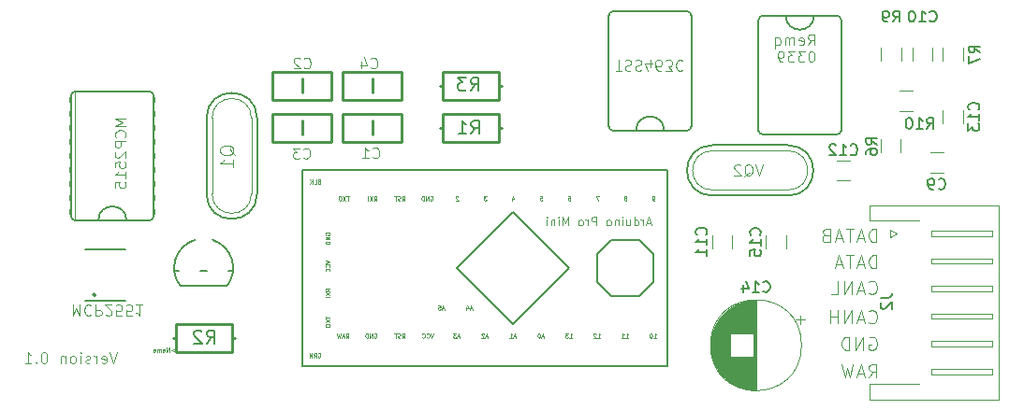
<source format=gbo>
G04 #@! TF.GenerationSoftware,KiCad,Pcbnew,(5.0.0)*
G04 #@! TF.CreationDate,2018-10-11T21:25:17+02:00*
G04 #@! TF.ProjectId,canbus,63616E6275732E6B696361645F706362,rev?*
G04 #@! TF.SameCoordinates,Original*
G04 #@! TF.FileFunction,Legend,Bot*
G04 #@! TF.FilePolarity,Positive*
%FSLAX46Y46*%
G04 Gerber Fmt 4.6, Leading zero omitted, Abs format (unit mm)*
G04 Created by KiCad (PCBNEW (5.0.0)) date 10/11/18 21:25:17*
%MOMM*%
%LPD*%
G01*
G04 APERTURE LIST*
%ADD10C,0.081280*%
%ADD11C,0.101600*%
%ADD12C,0.152400*%
%ADD13C,0.050800*%
%ADD14C,0.254000*%
%ADD15C,0.127000*%
%ADD16C,0.120000*%
%ADD17C,0.100000*%
%ADD18C,0.203200*%
%ADD19C,0.120650*%
%ADD20C,0.190500*%
%ADD21C,0.032512*%
%ADD22C,0.065024*%
%ADD23C,0.150000*%
G04 APERTURE END LIST*
D10*
X180928215Y-90220558D02*
X181249948Y-89760939D01*
X181479758Y-90220558D02*
X181479758Y-89255358D01*
X181112063Y-89255358D01*
X181020139Y-89301320D01*
X180974177Y-89347281D01*
X180928215Y-89439205D01*
X180928215Y-89577091D01*
X180974177Y-89669015D01*
X181020139Y-89714977D01*
X181112063Y-89760939D01*
X181479758Y-89760939D01*
X180146863Y-90174596D02*
X180238787Y-90220558D01*
X180422634Y-90220558D01*
X180514558Y-90174596D01*
X180560520Y-90082672D01*
X180560520Y-89714977D01*
X180514558Y-89623053D01*
X180422634Y-89577091D01*
X180238787Y-89577091D01*
X180146863Y-89623053D01*
X180100901Y-89714977D01*
X180100901Y-89806900D01*
X180560520Y-89898824D01*
X179687244Y-90220558D02*
X179687244Y-89577091D01*
X179687244Y-89669015D02*
X179641282Y-89623053D01*
X179549358Y-89577091D01*
X179411472Y-89577091D01*
X179319548Y-89623053D01*
X179273587Y-89714977D01*
X179273587Y-90220558D01*
X179273587Y-89714977D02*
X179227625Y-89623053D01*
X179135701Y-89577091D01*
X178997815Y-89577091D01*
X178905891Y-89623053D01*
X178859929Y-89714977D01*
X178859929Y-90220558D01*
X177986653Y-89577091D02*
X177986653Y-90542291D01*
X177986653Y-90174596D02*
X178078577Y-90220558D01*
X178262425Y-90220558D01*
X178354348Y-90174596D01*
X178400310Y-90128634D01*
X178446272Y-90036710D01*
X178446272Y-89760939D01*
X178400310Y-89669015D01*
X178354348Y-89623053D01*
X178262425Y-89577091D01*
X178078577Y-89577091D01*
X177986653Y-89623053D01*
X181295910Y-90784438D02*
X181203987Y-90784438D01*
X181112063Y-90830400D01*
X181066101Y-90876361D01*
X181020139Y-90968285D01*
X180974177Y-91152133D01*
X180974177Y-91381942D01*
X181020139Y-91565790D01*
X181066101Y-91657714D01*
X181112063Y-91703676D01*
X181203987Y-91749638D01*
X181295910Y-91749638D01*
X181387834Y-91703676D01*
X181433796Y-91657714D01*
X181479758Y-91565790D01*
X181525720Y-91381942D01*
X181525720Y-91152133D01*
X181479758Y-90968285D01*
X181433796Y-90876361D01*
X181387834Y-90830400D01*
X181295910Y-90784438D01*
X180652444Y-90784438D02*
X180054939Y-90784438D01*
X180376672Y-91152133D01*
X180238787Y-91152133D01*
X180146863Y-91198095D01*
X180100901Y-91244057D01*
X180054939Y-91335980D01*
X180054939Y-91565790D01*
X180100901Y-91657714D01*
X180146863Y-91703676D01*
X180238787Y-91749638D01*
X180514558Y-91749638D01*
X180606482Y-91703676D01*
X180652444Y-91657714D01*
X179733206Y-90784438D02*
X179135701Y-90784438D01*
X179457434Y-91152133D01*
X179319548Y-91152133D01*
X179227625Y-91198095D01*
X179181663Y-91244057D01*
X179135701Y-91335980D01*
X179135701Y-91565790D01*
X179181663Y-91657714D01*
X179227625Y-91703676D01*
X179319548Y-91749638D01*
X179595320Y-91749638D01*
X179687244Y-91703676D01*
X179733206Y-91657714D01*
X178676082Y-91749638D02*
X178492234Y-91749638D01*
X178400310Y-91703676D01*
X178354348Y-91657714D01*
X178262425Y-91519828D01*
X178216463Y-91335980D01*
X178216463Y-90968285D01*
X178262425Y-90876361D01*
X178308387Y-90830400D01*
X178400310Y-90784438D01*
X178584158Y-90784438D01*
X178676082Y-90830400D01*
X178722044Y-90876361D01*
X178768006Y-90968285D01*
X178768006Y-91198095D01*
X178722044Y-91290019D01*
X178676082Y-91335980D01*
X178584158Y-91381942D01*
X178400310Y-91381942D01*
X178308387Y-91335980D01*
X178262425Y-91290019D01*
X178216463Y-91198095D01*
X163568355Y-92552761D02*
X164119898Y-92552761D01*
X163844127Y-91587561D02*
X163844127Y-92552761D01*
X164395670Y-91633523D02*
X164533555Y-91587561D01*
X164763365Y-91587561D01*
X164855289Y-91633523D01*
X164901251Y-91679485D01*
X164947212Y-91771409D01*
X164947212Y-91863333D01*
X164901251Y-91955257D01*
X164855289Y-92001219D01*
X164763365Y-92047180D01*
X164579517Y-92093142D01*
X164487593Y-92139104D01*
X164441632Y-92185066D01*
X164395670Y-92276990D01*
X164395670Y-92368914D01*
X164441632Y-92460838D01*
X164487593Y-92506800D01*
X164579517Y-92552761D01*
X164809327Y-92552761D01*
X164947212Y-92506800D01*
X165314908Y-91633523D02*
X165452793Y-91587561D01*
X165682603Y-91587561D01*
X165774527Y-91633523D01*
X165820489Y-91679485D01*
X165866451Y-91771409D01*
X165866451Y-91863333D01*
X165820489Y-91955257D01*
X165774527Y-92001219D01*
X165682603Y-92047180D01*
X165498755Y-92093142D01*
X165406832Y-92139104D01*
X165360870Y-92185066D01*
X165314908Y-92276990D01*
X165314908Y-92368914D01*
X165360870Y-92460838D01*
X165406832Y-92506800D01*
X165498755Y-92552761D01*
X165728565Y-92552761D01*
X165866451Y-92506800D01*
X166693765Y-92231028D02*
X166693765Y-91587561D01*
X166463955Y-92598723D02*
X166234146Y-91909295D01*
X166831651Y-91909295D01*
X167613003Y-92552761D02*
X167429155Y-92552761D01*
X167337232Y-92506800D01*
X167291270Y-92460838D01*
X167199346Y-92322952D01*
X167153384Y-92139104D01*
X167153384Y-91771409D01*
X167199346Y-91679485D01*
X167245308Y-91633523D01*
X167337232Y-91587561D01*
X167521079Y-91587561D01*
X167613003Y-91633523D01*
X167658965Y-91679485D01*
X167704927Y-91771409D01*
X167704927Y-92001219D01*
X167658965Y-92093142D01*
X167613003Y-92139104D01*
X167521079Y-92185066D01*
X167337232Y-92185066D01*
X167245308Y-92139104D01*
X167199346Y-92093142D01*
X167153384Y-92001219D01*
X168026660Y-92552761D02*
X168624165Y-92552761D01*
X168302432Y-92185066D01*
X168440317Y-92185066D01*
X168532241Y-92139104D01*
X168578203Y-92093142D01*
X168624165Y-92001219D01*
X168624165Y-91771409D01*
X168578203Y-91679485D01*
X168532241Y-91633523D01*
X168440317Y-91587561D01*
X168164546Y-91587561D01*
X168072622Y-91633523D01*
X168026660Y-91679485D01*
X169589365Y-91679485D02*
X169543403Y-91633523D01*
X169405517Y-91587561D01*
X169313593Y-91587561D01*
X169175708Y-91633523D01*
X169083784Y-91725447D01*
X169037822Y-91817371D01*
X168991860Y-92001219D01*
X168991860Y-92139104D01*
X169037822Y-92322952D01*
X169083784Y-92414876D01*
X169175708Y-92506800D01*
X169313593Y-92552761D01*
X169405517Y-92552761D01*
X169543403Y-92506800D01*
X169589365Y-92460838D01*
X114430241Y-113787161D02*
X114430241Y-114752361D01*
X114751974Y-114062933D01*
X115073708Y-114752361D01*
X115073708Y-113787161D01*
X116084870Y-113879085D02*
X116038908Y-113833123D01*
X115901022Y-113787161D01*
X115809098Y-113787161D01*
X115671212Y-113833123D01*
X115579289Y-113925047D01*
X115533327Y-114016971D01*
X115487365Y-114200819D01*
X115487365Y-114338704D01*
X115533327Y-114522552D01*
X115579289Y-114614476D01*
X115671212Y-114706400D01*
X115809098Y-114752361D01*
X115901022Y-114752361D01*
X116038908Y-114706400D01*
X116084870Y-114660438D01*
X116498527Y-113787161D02*
X116498527Y-114752361D01*
X116866222Y-114752361D01*
X116958146Y-114706400D01*
X117004108Y-114660438D01*
X117050070Y-114568514D01*
X117050070Y-114430628D01*
X117004108Y-114338704D01*
X116958146Y-114292742D01*
X116866222Y-114246780D01*
X116498527Y-114246780D01*
X117417765Y-114660438D02*
X117463727Y-114706400D01*
X117555651Y-114752361D01*
X117785460Y-114752361D01*
X117877384Y-114706400D01*
X117923346Y-114660438D01*
X117969308Y-114568514D01*
X117969308Y-114476590D01*
X117923346Y-114338704D01*
X117371803Y-113787161D01*
X117969308Y-113787161D01*
X118842584Y-114752361D02*
X118382965Y-114752361D01*
X118337003Y-114292742D01*
X118382965Y-114338704D01*
X118474889Y-114384666D01*
X118704698Y-114384666D01*
X118796622Y-114338704D01*
X118842584Y-114292742D01*
X118888546Y-114200819D01*
X118888546Y-113971009D01*
X118842584Y-113879085D01*
X118796622Y-113833123D01*
X118704698Y-113787161D01*
X118474889Y-113787161D01*
X118382965Y-113833123D01*
X118337003Y-113879085D01*
X119761822Y-114752361D02*
X119302203Y-114752361D01*
X119256241Y-114292742D01*
X119302203Y-114338704D01*
X119394127Y-114384666D01*
X119623936Y-114384666D01*
X119715860Y-114338704D01*
X119761822Y-114292742D01*
X119807784Y-114200819D01*
X119807784Y-113971009D01*
X119761822Y-113879085D01*
X119715860Y-113833123D01*
X119623936Y-113787161D01*
X119394127Y-113787161D01*
X119302203Y-113833123D01*
X119256241Y-113879085D01*
X120727022Y-113787161D02*
X120175479Y-113787161D01*
X120451251Y-113787161D02*
X120451251Y-114752361D01*
X120359327Y-114614476D01*
X120267403Y-114522552D01*
X120175479Y-114476590D01*
X119232438Y-96904241D02*
X118267238Y-96904241D01*
X118956666Y-97225974D01*
X118267238Y-97547708D01*
X119232438Y-97547708D01*
X119140514Y-98558870D02*
X119186476Y-98512908D01*
X119232438Y-98375022D01*
X119232438Y-98283098D01*
X119186476Y-98145212D01*
X119094552Y-98053289D01*
X119002628Y-98007327D01*
X118818780Y-97961365D01*
X118680895Y-97961365D01*
X118497047Y-98007327D01*
X118405123Y-98053289D01*
X118313200Y-98145212D01*
X118267238Y-98283098D01*
X118267238Y-98375022D01*
X118313200Y-98512908D01*
X118359161Y-98558870D01*
X119232438Y-98972527D02*
X118267238Y-98972527D01*
X118267238Y-99340222D01*
X118313200Y-99432146D01*
X118359161Y-99478108D01*
X118451085Y-99524070D01*
X118588971Y-99524070D01*
X118680895Y-99478108D01*
X118726857Y-99432146D01*
X118772819Y-99340222D01*
X118772819Y-98972527D01*
X118359161Y-99891765D02*
X118313200Y-99937727D01*
X118267238Y-100029651D01*
X118267238Y-100259460D01*
X118313200Y-100351384D01*
X118359161Y-100397346D01*
X118451085Y-100443308D01*
X118543009Y-100443308D01*
X118680895Y-100397346D01*
X119232438Y-99845803D01*
X119232438Y-100443308D01*
X118267238Y-101316584D02*
X118267238Y-100856965D01*
X118726857Y-100811003D01*
X118680895Y-100856965D01*
X118634933Y-100948889D01*
X118634933Y-101178698D01*
X118680895Y-101270622D01*
X118726857Y-101316584D01*
X118818780Y-101362546D01*
X119048590Y-101362546D01*
X119140514Y-101316584D01*
X119186476Y-101270622D01*
X119232438Y-101178698D01*
X119232438Y-100948889D01*
X119186476Y-100856965D01*
X119140514Y-100811003D01*
X119232438Y-102281784D02*
X119232438Y-101730241D01*
X119232438Y-102006012D02*
X118267238Y-102006012D01*
X118405123Y-101914089D01*
X118497047Y-101822165D01*
X118543009Y-101730241D01*
X118267238Y-103155060D02*
X118267238Y-102695441D01*
X118726857Y-102649479D01*
X118680895Y-102695441D01*
X118634933Y-102787365D01*
X118634933Y-103017174D01*
X118680895Y-103109098D01*
X118726857Y-103155060D01*
X118818780Y-103201022D01*
X119048590Y-103201022D01*
X119140514Y-103155060D01*
X119186476Y-103109098D01*
X119232438Y-103017174D01*
X119232438Y-102787365D01*
X119186476Y-102695441D01*
X119140514Y-102649479D01*
D11*
X187149498Y-108095747D02*
X187149498Y-106889247D01*
X186862236Y-106889247D01*
X186689879Y-106946700D01*
X186574974Y-107061604D01*
X186517521Y-107176509D01*
X186460069Y-107406319D01*
X186460069Y-107578676D01*
X186517521Y-107808485D01*
X186574974Y-107923390D01*
X186689879Y-108038295D01*
X186862236Y-108095747D01*
X187149498Y-108095747D01*
X186000450Y-107751033D02*
X185425926Y-107751033D01*
X186115355Y-108095747D02*
X185713188Y-106889247D01*
X185311021Y-108095747D01*
X185081212Y-106889247D02*
X184391783Y-106889247D01*
X184736498Y-108095747D02*
X184736498Y-106889247D01*
X184047069Y-107751033D02*
X183472545Y-107751033D01*
X184161974Y-108095747D02*
X183759807Y-106889247D01*
X183357640Y-108095747D01*
X182553307Y-107463771D02*
X182380950Y-107521223D01*
X182323498Y-107578676D01*
X182266045Y-107693580D01*
X182266045Y-107865938D01*
X182323498Y-107980842D01*
X182380950Y-108038295D01*
X182495855Y-108095747D01*
X182955474Y-108095747D01*
X182955474Y-106889247D01*
X182553307Y-106889247D01*
X182438402Y-106946700D01*
X182380950Y-107004152D01*
X182323498Y-107119057D01*
X182323498Y-107233961D01*
X182380950Y-107348866D01*
X182438402Y-107406319D01*
X182553307Y-107463771D01*
X182955474Y-107463771D01*
X187149498Y-110483347D02*
X187149498Y-109276847D01*
X186862236Y-109276847D01*
X186689879Y-109334300D01*
X186574974Y-109449204D01*
X186517521Y-109564109D01*
X186460069Y-109793919D01*
X186460069Y-109966276D01*
X186517521Y-110196085D01*
X186574974Y-110310990D01*
X186689879Y-110425895D01*
X186862236Y-110483347D01*
X187149498Y-110483347D01*
X186000450Y-110138633D02*
X185425926Y-110138633D01*
X186115355Y-110483347D02*
X185713188Y-109276847D01*
X185311021Y-110483347D01*
X185081212Y-109276847D02*
X184391783Y-109276847D01*
X184736498Y-110483347D02*
X184736498Y-109276847D01*
X184047069Y-110138633D02*
X183472545Y-110138633D01*
X184161974Y-110483347D02*
X183759807Y-109276847D01*
X183357640Y-110483347D01*
D10*
X141558215Y-100395314D02*
X141604177Y-100441276D01*
X141742063Y-100487238D01*
X141833987Y-100487238D01*
X141971872Y-100441276D01*
X142063796Y-100349352D01*
X142109758Y-100257428D01*
X142155720Y-100073580D01*
X142155720Y-99935695D01*
X142109758Y-99751847D01*
X142063796Y-99659923D01*
X141971872Y-99568000D01*
X141833987Y-99522038D01*
X141742063Y-99522038D01*
X141604177Y-99568000D01*
X141558215Y-99613961D01*
X140638977Y-100487238D02*
X141190520Y-100487238D01*
X140914748Y-100487238D02*
X140914748Y-99522038D01*
X141006672Y-99659923D01*
X141098596Y-99751847D01*
X141190520Y-99797809D01*
X135360615Y-92267314D02*
X135406577Y-92313276D01*
X135544463Y-92359238D01*
X135636387Y-92359238D01*
X135774272Y-92313276D01*
X135866196Y-92221352D01*
X135912158Y-92129428D01*
X135958120Y-91945580D01*
X135958120Y-91807695D01*
X135912158Y-91623847D01*
X135866196Y-91531923D01*
X135774272Y-91440000D01*
X135636387Y-91394038D01*
X135544463Y-91394038D01*
X135406577Y-91440000D01*
X135360615Y-91485961D01*
X134992920Y-91485961D02*
X134946958Y-91440000D01*
X134855034Y-91394038D01*
X134625225Y-91394038D01*
X134533301Y-91440000D01*
X134487339Y-91485961D01*
X134441377Y-91577885D01*
X134441377Y-91669809D01*
X134487339Y-91807695D01*
X135038882Y-92359238D01*
X134441377Y-92359238D01*
X135309815Y-100446114D02*
X135355777Y-100492076D01*
X135493663Y-100538038D01*
X135585587Y-100538038D01*
X135723472Y-100492076D01*
X135815396Y-100400152D01*
X135861358Y-100308228D01*
X135907320Y-100124380D01*
X135907320Y-99986495D01*
X135861358Y-99802647D01*
X135815396Y-99710723D01*
X135723472Y-99618800D01*
X135585587Y-99572838D01*
X135493663Y-99572838D01*
X135355777Y-99618800D01*
X135309815Y-99664761D01*
X134988082Y-99572838D02*
X134390577Y-99572838D01*
X134712310Y-99940533D01*
X134574425Y-99940533D01*
X134482501Y-99986495D01*
X134436539Y-100032457D01*
X134390577Y-100124380D01*
X134390577Y-100354190D01*
X134436539Y-100446114D01*
X134482501Y-100492076D01*
X134574425Y-100538038D01*
X134850196Y-100538038D01*
X134942120Y-100492076D01*
X134988082Y-100446114D01*
X141405815Y-92267314D02*
X141451777Y-92313276D01*
X141589663Y-92359238D01*
X141681587Y-92359238D01*
X141819472Y-92313276D01*
X141911396Y-92221352D01*
X141957358Y-92129428D01*
X142003320Y-91945580D01*
X142003320Y-91807695D01*
X141957358Y-91623847D01*
X141911396Y-91531923D01*
X141819472Y-91440000D01*
X141681587Y-91394038D01*
X141589663Y-91394038D01*
X141451777Y-91440000D01*
X141405815Y-91485961D01*
X140578501Y-91715771D02*
X140578501Y-92359238D01*
X140808310Y-91348076D02*
X141038120Y-92037504D01*
X140440615Y-92037504D01*
D11*
X118456102Y-118071571D02*
X118120602Y-119078071D01*
X117785102Y-118071571D01*
X117066174Y-119030142D02*
X117162031Y-119078071D01*
X117353745Y-119078071D01*
X117449602Y-119030142D01*
X117497531Y-118934285D01*
X117497531Y-118550857D01*
X117449602Y-118455000D01*
X117353745Y-118407071D01*
X117162031Y-118407071D01*
X117066174Y-118455000D01*
X117018245Y-118550857D01*
X117018245Y-118646714D01*
X117497531Y-118742571D01*
X116586888Y-119078071D02*
X116586888Y-118407071D01*
X116586888Y-118598785D02*
X116538960Y-118502928D01*
X116491031Y-118455000D01*
X116395174Y-118407071D01*
X116299317Y-118407071D01*
X116011745Y-119030142D02*
X115915888Y-119078071D01*
X115724174Y-119078071D01*
X115628317Y-119030142D01*
X115580388Y-118934285D01*
X115580388Y-118886357D01*
X115628317Y-118790500D01*
X115724174Y-118742571D01*
X115867960Y-118742571D01*
X115963817Y-118694642D01*
X116011745Y-118598785D01*
X116011745Y-118550857D01*
X115963817Y-118455000D01*
X115867960Y-118407071D01*
X115724174Y-118407071D01*
X115628317Y-118455000D01*
X115149031Y-119078071D02*
X115149031Y-118407071D01*
X115149031Y-118071571D02*
X115196960Y-118119500D01*
X115149031Y-118167428D01*
X115101102Y-118119500D01*
X115149031Y-118071571D01*
X115149031Y-118167428D01*
X114525960Y-119078071D02*
X114621817Y-119030142D01*
X114669745Y-118982214D01*
X114717674Y-118886357D01*
X114717674Y-118598785D01*
X114669745Y-118502928D01*
X114621817Y-118455000D01*
X114525960Y-118407071D01*
X114382174Y-118407071D01*
X114286317Y-118455000D01*
X114238388Y-118502928D01*
X114190460Y-118598785D01*
X114190460Y-118886357D01*
X114238388Y-118982214D01*
X114286317Y-119030142D01*
X114382174Y-119078071D01*
X114525960Y-119078071D01*
X113759102Y-118407071D02*
X113759102Y-119078071D01*
X113759102Y-118502928D02*
X113711174Y-118455000D01*
X113615317Y-118407071D01*
X113471531Y-118407071D01*
X113375674Y-118455000D01*
X113327745Y-118550857D01*
X113327745Y-119078071D01*
X111889888Y-118071571D02*
X111794031Y-118071571D01*
X111698174Y-118119500D01*
X111650245Y-118167428D01*
X111602317Y-118263285D01*
X111554388Y-118455000D01*
X111554388Y-118694642D01*
X111602317Y-118886357D01*
X111650245Y-118982214D01*
X111698174Y-119030142D01*
X111794031Y-119078071D01*
X111889888Y-119078071D01*
X111985745Y-119030142D01*
X112033674Y-118982214D01*
X112081602Y-118886357D01*
X112129531Y-118694642D01*
X112129531Y-118455000D01*
X112081602Y-118263285D01*
X112033674Y-118167428D01*
X111985745Y-118119500D01*
X111889888Y-118071571D01*
X111123031Y-118982214D02*
X111075102Y-119030142D01*
X111123031Y-119078071D01*
X111170960Y-119030142D01*
X111123031Y-118982214D01*
X111123031Y-119078071D01*
X110116531Y-119078071D02*
X110691674Y-119078071D01*
X110404102Y-119078071D02*
X110404102Y-118071571D01*
X110499960Y-118215357D01*
X110595817Y-118311214D01*
X110691674Y-118359142D01*
X186517521Y-116751100D02*
X186632426Y-116693647D01*
X186804783Y-116693647D01*
X186977140Y-116751100D01*
X187092045Y-116866004D01*
X187149498Y-116980909D01*
X187206950Y-117210719D01*
X187206950Y-117383076D01*
X187149498Y-117612885D01*
X187092045Y-117727790D01*
X186977140Y-117842695D01*
X186804783Y-117900147D01*
X186689879Y-117900147D01*
X186517521Y-117842695D01*
X186460069Y-117785242D01*
X186460069Y-117383076D01*
X186689879Y-117383076D01*
X185942998Y-117900147D02*
X185942998Y-116693647D01*
X185253569Y-117900147D01*
X185253569Y-116693647D01*
X184679045Y-117900147D02*
X184679045Y-116693647D01*
X184391783Y-116693647D01*
X184219426Y-116751100D01*
X184104521Y-116866004D01*
X184047069Y-116980909D01*
X183989617Y-117210719D01*
X183989617Y-117383076D01*
X184047069Y-117612885D01*
X184104521Y-117727790D01*
X184219426Y-117842695D01*
X184391783Y-117900147D01*
X184679045Y-117900147D01*
X186460069Y-120389347D02*
X186862236Y-119814823D01*
X187149498Y-120389347D02*
X187149498Y-119182847D01*
X186689879Y-119182847D01*
X186574974Y-119240300D01*
X186517521Y-119297752D01*
X186460069Y-119412657D01*
X186460069Y-119585014D01*
X186517521Y-119699919D01*
X186574974Y-119757371D01*
X186689879Y-119814823D01*
X187149498Y-119814823D01*
X186000450Y-120044633D02*
X185425926Y-120044633D01*
X186115355Y-120389347D02*
X185713188Y-119182847D01*
X185311021Y-120389347D01*
X185023760Y-119182847D02*
X184736498Y-120389347D01*
X184506688Y-119527561D01*
X184276879Y-120389347D01*
X183989617Y-119182847D01*
X186460069Y-112705242D02*
X186517521Y-112762695D01*
X186689879Y-112820147D01*
X186804783Y-112820147D01*
X186977140Y-112762695D01*
X187092045Y-112647790D01*
X187149498Y-112532885D01*
X187206950Y-112303076D01*
X187206950Y-112130719D01*
X187149498Y-111900909D01*
X187092045Y-111786004D01*
X186977140Y-111671100D01*
X186804783Y-111613647D01*
X186689879Y-111613647D01*
X186517521Y-111671100D01*
X186460069Y-111728552D01*
X186000450Y-112475433D02*
X185425926Y-112475433D01*
X186115355Y-112820147D02*
X185713188Y-111613647D01*
X185311021Y-112820147D01*
X184908855Y-112820147D02*
X184908855Y-111613647D01*
X184219426Y-112820147D01*
X184219426Y-111613647D01*
X183070379Y-112820147D02*
X183644902Y-112820147D01*
X183644902Y-111613647D01*
X186460069Y-115346842D02*
X186517521Y-115404295D01*
X186689879Y-115461747D01*
X186804783Y-115461747D01*
X186977140Y-115404295D01*
X187092045Y-115289390D01*
X187149498Y-115174485D01*
X187206950Y-114944676D01*
X187206950Y-114772319D01*
X187149498Y-114542509D01*
X187092045Y-114427604D01*
X186977140Y-114312700D01*
X186804783Y-114255247D01*
X186689879Y-114255247D01*
X186517521Y-114312700D01*
X186460069Y-114370152D01*
X186000450Y-115117033D02*
X185425926Y-115117033D01*
X186115355Y-115461747D02*
X185713188Y-114255247D01*
X185311021Y-115461747D01*
X184908855Y-115461747D02*
X184908855Y-114255247D01*
X184219426Y-115461747D01*
X184219426Y-114255247D01*
X183644902Y-115461747D02*
X183644902Y-114255247D01*
X183644902Y-114829771D02*
X182955474Y-114829771D01*
X182955474Y-115461747D02*
X182955474Y-114255247D01*
D12*
G04 #@! TO.C,VQ2*
X179146200Y-103886000D02*
X172288200Y-103886000D01*
X172288200Y-99314000D02*
X179146200Y-99314000D01*
D13*
X179146200Y-103378000D02*
X172288200Y-103378000D01*
X172288200Y-99822000D02*
X179146200Y-99822000D01*
X172288200Y-103378000D02*
G75*
G02X172288200Y-99822000I0J1778000D01*
G01*
D12*
X172288200Y-103886000D02*
G75*
G02X172288200Y-99314000I0J2286000D01*
G01*
X179146200Y-103886000D02*
G75*
G03X179146200Y-99314000I0J2286000D01*
G01*
D13*
X179146200Y-103378000D02*
G75*
G03X179146200Y-99822000I0J1778000D01*
G01*
D14*
G04 #@! TO.C,R1*
X147886100Y-97743600D02*
X147632100Y-97743600D01*
X152966100Y-97743600D02*
X153220100Y-97743600D01*
X147886100Y-97743600D02*
X147886100Y-99013600D01*
X147886100Y-96473600D02*
X147886100Y-97743600D01*
X152966100Y-96473600D02*
X147886100Y-96473600D01*
X152966100Y-97743600D02*
X152966100Y-96473600D01*
X152966100Y-99013600D02*
X152966100Y-97743600D01*
X147886100Y-99013600D02*
X152966100Y-99013600D01*
G04 #@! TO.C,R3*
X147886100Y-95203600D02*
X152966100Y-95203600D01*
X152966100Y-95203600D02*
X152966100Y-93933600D01*
X152966100Y-93933600D02*
X152966100Y-92663600D01*
X152966100Y-92663600D02*
X147886100Y-92663600D01*
X147886100Y-92663600D02*
X147886100Y-93933600D01*
X147886100Y-93933600D02*
X147886100Y-95203600D01*
X152966100Y-93933600D02*
X153220100Y-93933600D01*
X147886100Y-93933600D02*
X147632100Y-93933600D01*
G04 #@! TO.C,C1*
X138854100Y-96473600D02*
X138854100Y-99013600D01*
X144188100Y-96473600D02*
X138854100Y-96473600D01*
X144188100Y-99013600D02*
X144188100Y-96473600D01*
X138854100Y-99013600D02*
X144188100Y-99013600D01*
X141521100Y-98378600D02*
X141521100Y-97108600D01*
G04 #@! TO.C,C2*
X135171100Y-94568600D02*
X135171100Y-93298600D01*
X132504100Y-95203600D02*
X137838100Y-95203600D01*
X137838100Y-95203600D02*
X137838100Y-92663600D01*
X137838100Y-92663600D02*
X132504100Y-92663600D01*
X132504100Y-92663600D02*
X132504100Y-95203600D01*
G04 #@! TO.C,C3*
X132504100Y-96473600D02*
X132504100Y-99013600D01*
X137838100Y-96473600D02*
X132504100Y-96473600D01*
X137838100Y-99013600D02*
X137838100Y-96473600D01*
X132504100Y-99013600D02*
X137838100Y-99013600D01*
X135171100Y-98378600D02*
X135171100Y-97108600D01*
G04 #@! TO.C,C4*
X141521100Y-94568600D02*
X141521100Y-93298600D01*
X138854100Y-95203600D02*
X144188100Y-95203600D01*
X144188100Y-95203600D02*
X144188100Y-92663600D01*
X144188100Y-92663600D02*
X138854100Y-92663600D01*
X138854100Y-92663600D02*
X138854100Y-95203600D01*
D15*
G04 #@! TO.C,U$2*
X168191100Y-119333600D02*
X135171100Y-119333600D01*
X135171100Y-119333600D02*
X135171100Y-101553600D01*
X135171100Y-101553600D02*
X168191100Y-101553600D01*
X168191100Y-101553600D02*
X168191100Y-119333600D01*
X166921100Y-109173600D02*
X166921100Y-111713600D01*
X166921100Y-111713600D02*
X165651100Y-112983600D01*
X165651100Y-112983600D02*
X163111100Y-112983600D01*
X163111100Y-112983600D02*
X161841100Y-111713600D01*
X161841100Y-111713600D02*
X161841100Y-109173600D01*
X161841100Y-109173600D02*
X163111100Y-107903600D01*
X163111100Y-107903600D02*
X165651100Y-107903600D01*
X165651100Y-107903600D02*
X166921100Y-109173600D01*
X159301100Y-110443600D02*
X154221100Y-105363600D01*
X154221100Y-105363600D02*
X149141100Y-110443600D01*
X149141100Y-110443600D02*
X154221100Y-115523600D01*
X154221100Y-115523600D02*
X159301100Y-110443600D01*
D16*
G04 #@! TO.C,C15*
X178964000Y-107500336D02*
X178964000Y-108704464D01*
X177144000Y-107500336D02*
X177144000Y-108704464D01*
G04 #@! TO.C,J2*
X188400000Y-107615000D02*
X189000000Y-107315000D01*
X188400000Y-107015000D02*
X188400000Y-107615000D01*
X189000000Y-107315000D02*
X188400000Y-107015000D01*
X192100000Y-120065000D02*
X192100000Y-119565000D01*
X197600000Y-120065000D02*
X192100000Y-120065000D01*
X197600000Y-119565000D02*
X197600000Y-120065000D01*
X192100000Y-119565000D02*
X197600000Y-119565000D01*
X192100000Y-117565000D02*
X192100000Y-117065000D01*
X197600000Y-117565000D02*
X192100000Y-117565000D01*
X197600000Y-117065000D02*
X197600000Y-117565000D01*
X192100000Y-117065000D02*
X197600000Y-117065000D01*
X192100000Y-115065000D02*
X192100000Y-114565000D01*
X197600000Y-115065000D02*
X192100000Y-115065000D01*
X197600000Y-114565000D02*
X197600000Y-115065000D01*
X192100000Y-114565000D02*
X197600000Y-114565000D01*
X192100000Y-112565000D02*
X192100000Y-112065000D01*
X197600000Y-112565000D02*
X192100000Y-112565000D01*
X197600000Y-112065000D02*
X197600000Y-112565000D01*
X192100000Y-112065000D02*
X197600000Y-112065000D01*
X192100000Y-110065000D02*
X192100000Y-109565000D01*
X197600000Y-110065000D02*
X192100000Y-110065000D01*
X197600000Y-109565000D02*
X197600000Y-110065000D01*
X192100000Y-109565000D02*
X197600000Y-109565000D01*
X192100000Y-107565000D02*
X192100000Y-107065000D01*
X197600000Y-107565000D02*
X192100000Y-107565000D01*
X197600000Y-107065000D02*
X197600000Y-107565000D01*
X192100000Y-107065000D02*
X197600000Y-107065000D01*
X186490000Y-120955000D02*
X190990000Y-120955000D01*
X186490000Y-122375000D02*
X186490000Y-120955000D01*
X198210000Y-122375000D02*
X186490000Y-122375000D01*
X198210000Y-113565000D02*
X198210000Y-122375000D01*
X186490000Y-106175000D02*
X190990000Y-106175000D01*
X186490000Y-104755000D02*
X186490000Y-106175000D01*
X198210000Y-104755000D02*
X186490000Y-104755000D01*
X198210000Y-113565000D02*
X198210000Y-104755000D01*
G04 #@! TO.C,C14*
X180365200Y-117449600D02*
G75*
G03X180365200Y-117449600I-4120000J0D01*
G01*
X176245200Y-113369600D02*
X176245200Y-121529600D01*
X176205200Y-113369600D02*
X176205200Y-121529600D01*
X176165200Y-113369600D02*
X176165200Y-121529600D01*
X176125200Y-113370600D02*
X176125200Y-121528600D01*
X176085200Y-113372600D02*
X176085200Y-121526600D01*
X176045200Y-113373600D02*
X176045200Y-121525600D01*
X176005200Y-113375600D02*
X176005200Y-116409600D01*
X176005200Y-118489600D02*
X176005200Y-121523600D01*
X175965200Y-113378600D02*
X175965200Y-116409600D01*
X175965200Y-118489600D02*
X175965200Y-121520600D01*
X175925200Y-113381600D02*
X175925200Y-116409600D01*
X175925200Y-118489600D02*
X175925200Y-121517600D01*
X175885200Y-113384600D02*
X175885200Y-116409600D01*
X175885200Y-118489600D02*
X175885200Y-121514600D01*
X175845200Y-113388600D02*
X175845200Y-116409600D01*
X175845200Y-118489600D02*
X175845200Y-121510600D01*
X175805200Y-113392600D02*
X175805200Y-116409600D01*
X175805200Y-118489600D02*
X175805200Y-121506600D01*
X175765200Y-113397600D02*
X175765200Y-116409600D01*
X175765200Y-118489600D02*
X175765200Y-121501600D01*
X175725200Y-113401600D02*
X175725200Y-116409600D01*
X175725200Y-118489600D02*
X175725200Y-121497600D01*
X175685200Y-113407600D02*
X175685200Y-116409600D01*
X175685200Y-118489600D02*
X175685200Y-121491600D01*
X175645200Y-113412600D02*
X175645200Y-116409600D01*
X175645200Y-118489600D02*
X175645200Y-121486600D01*
X175605200Y-113419600D02*
X175605200Y-116409600D01*
X175605200Y-118489600D02*
X175605200Y-121479600D01*
X175565200Y-113425600D02*
X175565200Y-116409600D01*
X175565200Y-118489600D02*
X175565200Y-121473600D01*
X175524200Y-113432600D02*
X175524200Y-116409600D01*
X175524200Y-118489600D02*
X175524200Y-121466600D01*
X175484200Y-113439600D02*
X175484200Y-116409600D01*
X175484200Y-118489600D02*
X175484200Y-121459600D01*
X175444200Y-113447600D02*
X175444200Y-116409600D01*
X175444200Y-118489600D02*
X175444200Y-121451600D01*
X175404200Y-113455600D02*
X175404200Y-116409600D01*
X175404200Y-118489600D02*
X175404200Y-121443600D01*
X175364200Y-113464600D02*
X175364200Y-116409600D01*
X175364200Y-118489600D02*
X175364200Y-121434600D01*
X175324200Y-113473600D02*
X175324200Y-116409600D01*
X175324200Y-118489600D02*
X175324200Y-121425600D01*
X175284200Y-113482600D02*
X175284200Y-116409600D01*
X175284200Y-118489600D02*
X175284200Y-121416600D01*
X175244200Y-113492600D02*
X175244200Y-116409600D01*
X175244200Y-118489600D02*
X175244200Y-121406600D01*
X175204200Y-113502600D02*
X175204200Y-116409600D01*
X175204200Y-118489600D02*
X175204200Y-121396600D01*
X175164200Y-113513600D02*
X175164200Y-116409600D01*
X175164200Y-118489600D02*
X175164200Y-121385600D01*
X175124200Y-113524600D02*
X175124200Y-116409600D01*
X175124200Y-118489600D02*
X175124200Y-121374600D01*
X175084200Y-113535600D02*
X175084200Y-116409600D01*
X175084200Y-118489600D02*
X175084200Y-121363600D01*
X175044200Y-113547600D02*
X175044200Y-116409600D01*
X175044200Y-118489600D02*
X175044200Y-121351600D01*
X175004200Y-113560600D02*
X175004200Y-116409600D01*
X175004200Y-118489600D02*
X175004200Y-121338600D01*
X174964200Y-113572600D02*
X174964200Y-116409600D01*
X174964200Y-118489600D02*
X174964200Y-121326600D01*
X174924200Y-113586600D02*
X174924200Y-116409600D01*
X174924200Y-118489600D02*
X174924200Y-121312600D01*
X174884200Y-113599600D02*
X174884200Y-116409600D01*
X174884200Y-118489600D02*
X174884200Y-121299600D01*
X174844200Y-113614600D02*
X174844200Y-116409600D01*
X174844200Y-118489600D02*
X174844200Y-121284600D01*
X174804200Y-113628600D02*
X174804200Y-116409600D01*
X174804200Y-118489600D02*
X174804200Y-121270600D01*
X174764200Y-113644600D02*
X174764200Y-116409600D01*
X174764200Y-118489600D02*
X174764200Y-121254600D01*
X174724200Y-113659600D02*
X174724200Y-116409600D01*
X174724200Y-118489600D02*
X174724200Y-121239600D01*
X174684200Y-113675600D02*
X174684200Y-116409600D01*
X174684200Y-118489600D02*
X174684200Y-121223600D01*
X174644200Y-113692600D02*
X174644200Y-116409600D01*
X174644200Y-118489600D02*
X174644200Y-121206600D01*
X174604200Y-113709600D02*
X174604200Y-116409600D01*
X174604200Y-118489600D02*
X174604200Y-121189600D01*
X174564200Y-113727600D02*
X174564200Y-116409600D01*
X174564200Y-118489600D02*
X174564200Y-121171600D01*
X174524200Y-113745600D02*
X174524200Y-116409600D01*
X174524200Y-118489600D02*
X174524200Y-121153600D01*
X174484200Y-113763600D02*
X174484200Y-116409600D01*
X174484200Y-118489600D02*
X174484200Y-121135600D01*
X174444200Y-113783600D02*
X174444200Y-116409600D01*
X174444200Y-118489600D02*
X174444200Y-121115600D01*
X174404200Y-113802600D02*
X174404200Y-116409600D01*
X174404200Y-118489600D02*
X174404200Y-121096600D01*
X174364200Y-113822600D02*
X174364200Y-116409600D01*
X174364200Y-118489600D02*
X174364200Y-121076600D01*
X174324200Y-113843600D02*
X174324200Y-116409600D01*
X174324200Y-118489600D02*
X174324200Y-121055600D01*
X174284200Y-113865600D02*
X174284200Y-116409600D01*
X174284200Y-118489600D02*
X174284200Y-121033600D01*
X174244200Y-113887600D02*
X174244200Y-116409600D01*
X174244200Y-118489600D02*
X174244200Y-121011600D01*
X174204200Y-113909600D02*
X174204200Y-116409600D01*
X174204200Y-118489600D02*
X174204200Y-120989600D01*
X174164200Y-113932600D02*
X174164200Y-116409600D01*
X174164200Y-118489600D02*
X174164200Y-120966600D01*
X174124200Y-113956600D02*
X174124200Y-116409600D01*
X174124200Y-118489600D02*
X174124200Y-120942600D01*
X174084200Y-113980600D02*
X174084200Y-116409600D01*
X174084200Y-118489600D02*
X174084200Y-120918600D01*
X174044200Y-114005600D02*
X174044200Y-116409600D01*
X174044200Y-118489600D02*
X174044200Y-120893600D01*
X174004200Y-114031600D02*
X174004200Y-116409600D01*
X174004200Y-118489600D02*
X174004200Y-120867600D01*
X173964200Y-114057600D02*
X173964200Y-116409600D01*
X173964200Y-118489600D02*
X173964200Y-120841600D01*
X173924200Y-114084600D02*
X173924200Y-120814600D01*
X173884200Y-114111600D02*
X173884200Y-120787600D01*
X173844200Y-114140600D02*
X173844200Y-120758600D01*
X173804200Y-114169600D02*
X173804200Y-120729600D01*
X173764200Y-114199600D02*
X173764200Y-120699600D01*
X173724200Y-114229600D02*
X173724200Y-120669600D01*
X173684200Y-114260600D02*
X173684200Y-120638600D01*
X173644200Y-114293600D02*
X173644200Y-120605600D01*
X173604200Y-114325600D02*
X173604200Y-120573600D01*
X173564200Y-114359600D02*
X173564200Y-120539600D01*
X173524200Y-114394600D02*
X173524200Y-120504600D01*
X173484200Y-114430600D02*
X173484200Y-120468600D01*
X173444200Y-114466600D02*
X173444200Y-120432600D01*
X173404200Y-114504600D02*
X173404200Y-120394600D01*
X173364200Y-114542600D02*
X173364200Y-120356600D01*
X173324200Y-114582600D02*
X173324200Y-120316600D01*
X173284200Y-114623600D02*
X173284200Y-120275600D01*
X173244200Y-114665600D02*
X173244200Y-120233600D01*
X173204200Y-114708600D02*
X173204200Y-120190600D01*
X173164200Y-114752600D02*
X173164200Y-120146600D01*
X173124200Y-114798600D02*
X173124200Y-120100600D01*
X173084200Y-114845600D02*
X173084200Y-120053600D01*
X173044200Y-114893600D02*
X173044200Y-120005600D01*
X173004200Y-114944600D02*
X173004200Y-119954600D01*
X172964200Y-114995600D02*
X172964200Y-119903600D01*
X172924200Y-115049600D02*
X172924200Y-119849600D01*
X172884200Y-115104600D02*
X172884200Y-119794600D01*
X172844200Y-115162600D02*
X172844200Y-119736600D01*
X172804200Y-115221600D02*
X172804200Y-119677600D01*
X172764200Y-115283600D02*
X172764200Y-119615600D01*
X172724200Y-115347600D02*
X172724200Y-119551600D01*
X172684200Y-115415600D02*
X172684200Y-119483600D01*
X172644200Y-115485600D02*
X172644200Y-119413600D01*
X172604200Y-115559600D02*
X172604200Y-119339600D01*
X172564200Y-115636600D02*
X172564200Y-119262600D01*
X172524200Y-115718600D02*
X172524200Y-119180600D01*
X172484200Y-115804600D02*
X172484200Y-119094600D01*
X172444200Y-115897600D02*
X172444200Y-119001600D01*
X172404200Y-115996600D02*
X172404200Y-118902600D01*
X172364200Y-116103600D02*
X172364200Y-118795600D01*
X172324200Y-116220600D02*
X172324200Y-118678600D01*
X172284200Y-116351600D02*
X172284200Y-118547600D01*
X172244200Y-116501600D02*
X172244200Y-118397600D01*
X172204200Y-116681600D02*
X172204200Y-118217600D01*
X172164200Y-116916600D02*
X172164200Y-117982600D01*
X180654898Y-115134600D02*
X179854898Y-115134600D01*
X180254898Y-114734600D02*
X180254898Y-115534600D01*
G04 #@! TO.C,C13*
X193146000Y-96121136D02*
X193146000Y-97325264D01*
X194966000Y-96121136D02*
X194966000Y-97325264D01*
G04 #@! TO.C,C11*
X172267200Y-108704464D02*
X172267200Y-107500336D01*
X174087200Y-108704464D02*
X174087200Y-107500336D01*
G04 #@! TO.C,C12*
X184752064Y-100690000D02*
X183547936Y-100690000D01*
X184752064Y-102510000D02*
X183547936Y-102510000D01*
G04 #@! TO.C,C9*
X193184864Y-101798800D02*
X191980736Y-101798800D01*
X193184864Y-99978800D02*
X191980736Y-99978800D01*
G04 #@! TO.C,C10*
X190402800Y-91635664D02*
X190402800Y-90431536D01*
X192222800Y-91635664D02*
X192222800Y-90431536D01*
D13*
G04 #@! TO.C,Q1*
X127043100Y-103712600D02*
G75*
G03X130599100Y-103712600I1778000J0D01*
G01*
D12*
X126535100Y-103712600D02*
G75*
G03X131107100Y-103712600I2286000J0D01*
G01*
X126535100Y-96854600D02*
G75*
G02X131107100Y-96854600I2286000J0D01*
G01*
D13*
X127043100Y-96854600D02*
G75*
G02X130599100Y-96854600I1778000J0D01*
G01*
X130599100Y-96854600D02*
X130599100Y-103712600D01*
X127043100Y-103712600D02*
X127043100Y-96854600D01*
D12*
X131107100Y-96854600D02*
X131107100Y-103712600D01*
X126535100Y-103712600D02*
X126535100Y-96854600D01*
D17*
G04 #@! TO.C,IC1*
G36*
X114165300Y-95457600D02*
X114165300Y-94949600D01*
X114292300Y-94949600D01*
X114292300Y-95457600D01*
X114165300Y-95457600D01*
G37*
G36*
X121759900Y-95457600D02*
X121759900Y-94949600D01*
X121886900Y-94949600D01*
X121886900Y-95457600D01*
X121759900Y-95457600D01*
G37*
G36*
X121759900Y-96727600D02*
X121759900Y-96219600D01*
X121886900Y-96219600D01*
X121886900Y-96727600D01*
X121759900Y-96727600D01*
G37*
G36*
X121759900Y-97997600D02*
X121759900Y-97489600D01*
X121886900Y-97489600D01*
X121886900Y-97997600D01*
X121759900Y-97997600D01*
G37*
G36*
X121759900Y-99267600D02*
X121759900Y-98759600D01*
X121886900Y-98759600D01*
X121886900Y-99267600D01*
X121759900Y-99267600D01*
G37*
G36*
X121759900Y-100537600D02*
X121759900Y-100029600D01*
X121886900Y-100029600D01*
X121886900Y-100537600D01*
X121759900Y-100537600D01*
G37*
G36*
X121759900Y-101807600D02*
X121759900Y-101299600D01*
X121886900Y-101299600D01*
X121886900Y-101807600D01*
X121759900Y-101807600D01*
G37*
G36*
X121759900Y-103077600D02*
X121759900Y-102569600D01*
X121886900Y-102569600D01*
X121886900Y-103077600D01*
X121759900Y-103077600D01*
G37*
G36*
X121759900Y-104347600D02*
X121759900Y-103839600D01*
X121886900Y-103839600D01*
X121886900Y-104347600D01*
X121759900Y-104347600D01*
G37*
G36*
X121759900Y-105617600D02*
X121759900Y-105109600D01*
X121886900Y-105109600D01*
X121886900Y-105617600D01*
X121759900Y-105617600D01*
G37*
G36*
X114165300Y-96727600D02*
X114165300Y-96219600D01*
X114292300Y-96219600D01*
X114292300Y-96727600D01*
X114165300Y-96727600D01*
G37*
G36*
X114165300Y-97997600D02*
X114165300Y-97489600D01*
X114292300Y-97489600D01*
X114292300Y-97997600D01*
X114165300Y-97997600D01*
G37*
G36*
X114165300Y-99267600D02*
X114165300Y-98759600D01*
X114292300Y-98759600D01*
X114292300Y-99267600D01*
X114165300Y-99267600D01*
G37*
G36*
X114165300Y-100537600D02*
X114165300Y-100029600D01*
X114292300Y-100029600D01*
X114292300Y-100537600D01*
X114165300Y-100537600D01*
G37*
G36*
X114165300Y-101807600D02*
X114165300Y-101299600D01*
X114292300Y-101299600D01*
X114292300Y-101807600D01*
X114165300Y-101807600D01*
G37*
G36*
X114165300Y-103077600D02*
X114165300Y-102569600D01*
X114292300Y-102569600D01*
X114292300Y-103077600D01*
X114165300Y-103077600D01*
G37*
G36*
X114165300Y-104347600D02*
X114165300Y-103839600D01*
X114292300Y-103839600D01*
X114292300Y-104347600D01*
X114165300Y-104347600D01*
G37*
G36*
X114165300Y-105617600D02*
X114165300Y-105109600D01*
X114292300Y-105109600D01*
X114292300Y-105617600D01*
X114165300Y-105617600D01*
G37*
D12*
X116756100Y-106125600D02*
G75*
G02X119296100Y-106125600I1270000J0D01*
G01*
D13*
X114647900Y-106125600D02*
X114647900Y-94441600D01*
D12*
X121378900Y-106125600D02*
X114673300Y-106125600D01*
X114673300Y-94441600D02*
X121378900Y-94441600D01*
X114292300Y-105744600D02*
X114292300Y-94822600D01*
X114292300Y-105744600D02*
G75*
G03X114673300Y-106125600I381000J0D01*
G01*
X121378900Y-94441600D02*
G75*
G02X121759900Y-94822600I0J-381000D01*
G01*
X121759900Y-105744600D02*
G75*
G02X121378900Y-106125600I-381000J0D01*
G01*
X114673300Y-94441600D02*
G75*
G03X114292300Y-94822600I0J-381000D01*
G01*
X121759900Y-94822600D02*
X121759900Y-105744600D01*
D14*
G04 #@! TO.C,R2*
X123741100Y-116793600D02*
X123487100Y-116793600D01*
X128821100Y-116793600D02*
X129075100Y-116793600D01*
X123741100Y-116793600D02*
X123741100Y-118063600D01*
X123741100Y-115523600D02*
X123741100Y-116793600D01*
X128821100Y-115523600D02*
X123741100Y-115523600D01*
X128821100Y-116793600D02*
X128821100Y-115523600D01*
X128821100Y-118063600D02*
X128821100Y-116793600D01*
X123741100Y-118063600D02*
X128821100Y-118063600D01*
D12*
G04 #@! TO.C,Q2*
X124027100Y-110697600D02*
X123626100Y-110697600D01*
X126567100Y-110697600D02*
X125995100Y-110697600D01*
X128936100Y-110697600D02*
X128535100Y-110697600D01*
X128376100Y-112094600D02*
X124186100Y-112094600D01*
X124186100Y-112094599D02*
G75*
G02X125494300Y-107895200I2094500J1650985D01*
G01*
X127067401Y-107895099D02*
G75*
G02X128375700Y-112094600I-786301J-2548504D01*
G01*
D18*
G04 #@! TO.C,U1*
X116544100Y-112882000D02*
G75*
G03X116544100Y-112882000I-143600J0D01*
G01*
D12*
X119194100Y-113440600D02*
X115588100Y-113440600D01*
X115588100Y-108716600D02*
X119194100Y-108716600D01*
D16*
G04 #@! TO.C,R6*
X187507200Y-99966864D02*
X187507200Y-98762736D01*
X189327200Y-99966864D02*
X189327200Y-98762736D01*
G04 #@! TO.C,R7*
X194966000Y-90431536D02*
X194966000Y-91635664D01*
X193146000Y-90431536D02*
X193146000Y-91635664D01*
G04 #@! TO.C,R10*
X189199436Y-94403500D02*
X190403564Y-94403500D01*
X189199436Y-96223500D02*
X190403564Y-96223500D01*
G04 #@! TO.C,R9*
X189378000Y-91661064D02*
X189378000Y-90456936D01*
X187558000Y-91661064D02*
X187558000Y-90456936D01*
D12*
G04 #@! TO.C,MTC1*
X176474078Y-87944204D02*
X176474078Y-98015517D01*
X183560678Y-98347204D02*
G75*
G03X183941678Y-97966204I0J381000D01*
G01*
X176474078Y-87944204D02*
G75*
G02X176855078Y-87563204I381000J0D01*
G01*
X176855078Y-98347204D02*
G75*
G02X176474078Y-97966204I0J381000D01*
G01*
X183941678Y-87944204D02*
G75*
G03X183560678Y-87563204I-381000J0D01*
G01*
X183941678Y-87944204D02*
X183941678Y-98015517D01*
X183560678Y-98347204D02*
X176855078Y-98347204D01*
X176855078Y-87563204D02*
X183560678Y-87563204D01*
X181477878Y-87563204D02*
G75*
G02X178937878Y-87563204I-1270000J0D01*
G01*
D17*
G36*
X184068678Y-88071204D02*
X184068678Y-88579204D01*
X183941678Y-88579204D01*
X183941678Y-88071204D01*
X184068678Y-88071204D01*
G37*
G36*
X184068678Y-89341204D02*
X184068678Y-89849204D01*
X183941678Y-89849204D01*
X183941678Y-89341204D01*
X184068678Y-89341204D01*
G37*
G36*
X184068678Y-90611204D02*
X184068678Y-91119204D01*
X183941678Y-91119204D01*
X183941678Y-90611204D01*
X184068678Y-90611204D01*
G37*
G36*
X184068678Y-91881204D02*
X184068678Y-92389204D01*
X183941678Y-92389204D01*
X183941678Y-91881204D01*
X184068678Y-91881204D01*
G37*
G36*
X184068678Y-93151204D02*
X184068678Y-93659204D01*
X183941678Y-93659204D01*
X183941678Y-93151204D01*
X184068678Y-93151204D01*
G37*
G36*
X184068678Y-94421204D02*
X184068678Y-94929204D01*
X183941678Y-94929204D01*
X183941678Y-94421204D01*
X184068678Y-94421204D01*
G37*
G36*
X184068678Y-95691204D02*
X184068678Y-96199204D01*
X183941678Y-96199204D01*
X183941678Y-95691204D01*
X184068678Y-95691204D01*
G37*
G36*
X184068678Y-96961204D02*
X184068678Y-97469204D01*
X183941678Y-97469204D01*
X183941678Y-96961204D01*
X184068678Y-96961204D01*
G37*
G36*
X176474078Y-88071204D02*
X176474078Y-88579204D01*
X176347078Y-88579204D01*
X176347078Y-88071204D01*
X176474078Y-88071204D01*
G37*
G36*
X176474078Y-89341204D02*
X176474078Y-89849204D01*
X176347078Y-89849204D01*
X176347078Y-89341204D01*
X176474078Y-89341204D01*
G37*
G36*
X176474078Y-90611204D02*
X176474078Y-91119204D01*
X176347078Y-91119204D01*
X176347078Y-90611204D01*
X176474078Y-90611204D01*
G37*
G36*
X176474078Y-91881204D02*
X176474078Y-92389204D01*
X176347078Y-92389204D01*
X176347078Y-91881204D01*
X176474078Y-91881204D01*
G37*
G36*
X176474078Y-93151204D02*
X176474078Y-93659204D01*
X176347078Y-93659204D01*
X176347078Y-93151204D01*
X176474078Y-93151204D01*
G37*
G36*
X176474078Y-94421204D02*
X176474078Y-94929204D01*
X176347078Y-94929204D01*
X176347078Y-94421204D01*
X176474078Y-94421204D01*
G37*
G36*
X176474078Y-95691204D02*
X176474078Y-96199204D01*
X176347078Y-96199204D01*
X176347078Y-95691204D01*
X176474078Y-95691204D01*
G37*
G36*
X176474078Y-96961204D02*
X176474078Y-97469204D01*
X176347078Y-97469204D01*
X176347078Y-96961204D01*
X176474078Y-96961204D01*
G37*
D12*
G04 #@! TO.C,TSS1*
X170395090Y-97596204D02*
X170395090Y-87524891D01*
X163308490Y-87193204D02*
G75*
G03X162927490Y-87574204I0J-381000D01*
G01*
X170395090Y-97596204D02*
G75*
G02X170014090Y-97977204I-381000J0D01*
G01*
X170014090Y-87193204D02*
G75*
G02X170395090Y-87574204I0J-381000D01*
G01*
X162927490Y-97596204D02*
G75*
G03X163308490Y-97977204I381000J0D01*
G01*
X162927490Y-97596204D02*
X162927490Y-87524891D01*
X163308490Y-87193204D02*
X170014090Y-87193204D01*
X170014090Y-97977204D02*
X163308490Y-97977204D01*
X165391290Y-97977204D02*
G75*
G02X167931290Y-97977204I1270000J0D01*
G01*
D17*
G36*
X162800490Y-97469204D02*
X162800490Y-96961204D01*
X162927490Y-96961204D01*
X162927490Y-97469204D01*
X162800490Y-97469204D01*
G37*
G36*
X162800490Y-96199204D02*
X162800490Y-95691204D01*
X162927490Y-95691204D01*
X162927490Y-96199204D01*
X162800490Y-96199204D01*
G37*
G36*
X162800490Y-94929204D02*
X162800490Y-94421204D01*
X162927490Y-94421204D01*
X162927490Y-94929204D01*
X162800490Y-94929204D01*
G37*
G36*
X162800490Y-93659204D02*
X162800490Y-93151204D01*
X162927490Y-93151204D01*
X162927490Y-93659204D01*
X162800490Y-93659204D01*
G37*
G36*
X162800490Y-92389204D02*
X162800490Y-91881204D01*
X162927490Y-91881204D01*
X162927490Y-92389204D01*
X162800490Y-92389204D01*
G37*
G36*
X162800490Y-91119204D02*
X162800490Y-90611204D01*
X162927490Y-90611204D01*
X162927490Y-91119204D01*
X162800490Y-91119204D01*
G37*
G36*
X162800490Y-89849204D02*
X162800490Y-89341204D01*
X162927490Y-89341204D01*
X162927490Y-89849204D01*
X162800490Y-89849204D01*
G37*
G36*
X162800490Y-88579204D02*
X162800490Y-88071204D01*
X162927490Y-88071204D01*
X162927490Y-88579204D01*
X162800490Y-88579204D01*
G37*
G36*
X170395090Y-97469204D02*
X170395090Y-96961204D01*
X170522090Y-96961204D01*
X170522090Y-97469204D01*
X170395090Y-97469204D01*
G37*
G36*
X170395090Y-96199204D02*
X170395090Y-95691204D01*
X170522090Y-95691204D01*
X170522090Y-96199204D01*
X170395090Y-96199204D01*
G37*
G36*
X170395090Y-94929204D02*
X170395090Y-94421204D01*
X170522090Y-94421204D01*
X170522090Y-94929204D01*
X170395090Y-94929204D01*
G37*
G36*
X170395090Y-93659204D02*
X170395090Y-93151204D01*
X170522090Y-93151204D01*
X170522090Y-93659204D01*
X170395090Y-93659204D01*
G37*
G36*
X170395090Y-92389204D02*
X170395090Y-91881204D01*
X170522090Y-91881204D01*
X170522090Y-92389204D01*
X170395090Y-92389204D01*
G37*
G36*
X170395090Y-91119204D02*
X170395090Y-90611204D01*
X170522090Y-90611204D01*
X170522090Y-91119204D01*
X170395090Y-91119204D01*
G37*
G36*
X170395090Y-89849204D02*
X170395090Y-89341204D01*
X170522090Y-89341204D01*
X170522090Y-89849204D01*
X170395090Y-89849204D01*
G37*
G36*
X170395090Y-88579204D02*
X170395090Y-88071204D01*
X170522090Y-88071204D01*
X170522090Y-88579204D01*
X170395090Y-88579204D01*
G37*
G04 #@! TO.C,VQ2*
D19*
X176863720Y-101053571D02*
X176528220Y-102060071D01*
X176192720Y-101053571D01*
X175186220Y-102155928D02*
X175282077Y-102108000D01*
X175377934Y-102012142D01*
X175521720Y-101868357D01*
X175617577Y-101820428D01*
X175713434Y-101820428D01*
X175665506Y-102060071D02*
X175761363Y-102012142D01*
X175857220Y-101916285D01*
X175905148Y-101724571D01*
X175905148Y-101389071D01*
X175857220Y-101197357D01*
X175761363Y-101101500D01*
X175665506Y-101053571D01*
X175473791Y-101053571D01*
X175377934Y-101101500D01*
X175282077Y-101197357D01*
X175234148Y-101389071D01*
X175234148Y-101724571D01*
X175282077Y-101916285D01*
X175377934Y-102012142D01*
X175473791Y-102060071D01*
X175665506Y-102060071D01*
X174850720Y-101149428D02*
X174802791Y-101101500D01*
X174706934Y-101053571D01*
X174467291Y-101053571D01*
X174371434Y-101101500D01*
X174323506Y-101149428D01*
X174275577Y-101245285D01*
X174275577Y-101341142D01*
X174323506Y-101484928D01*
X174898648Y-102060071D01*
X174275577Y-102060071D01*
G04 #@! TO.C,R1*
D20*
X150486684Y-98291347D02*
X150888851Y-97716823D01*
X151176113Y-98291347D02*
X151176113Y-97084847D01*
X150716494Y-97084847D01*
X150601589Y-97142300D01*
X150544136Y-97199752D01*
X150486684Y-97314657D01*
X150486684Y-97487014D01*
X150544136Y-97601919D01*
X150601589Y-97659371D01*
X150716494Y-97716823D01*
X151176113Y-97716823D01*
X149337636Y-98291347D02*
X150027065Y-98291347D01*
X149682351Y-98291347D02*
X149682351Y-97084847D01*
X149797255Y-97257204D01*
X149912160Y-97372109D01*
X150027065Y-97429561D01*
D21*
G04 #@! TO.C,R3*
D20*
X150435884Y-94379747D02*
X150838051Y-93805223D01*
X151125313Y-94379747D02*
X151125313Y-93173247D01*
X150665694Y-93173247D01*
X150550789Y-93230700D01*
X150493336Y-93288152D01*
X150435884Y-93403057D01*
X150435884Y-93575414D01*
X150493336Y-93690319D01*
X150550789Y-93747771D01*
X150665694Y-93805223D01*
X151125313Y-93805223D01*
X150033717Y-93173247D02*
X149286836Y-93173247D01*
X149689003Y-93632866D01*
X149516646Y-93632866D01*
X149401741Y-93690319D01*
X149344289Y-93747771D01*
X149286836Y-93862676D01*
X149286836Y-94149938D01*
X149344289Y-94264842D01*
X149401741Y-94322295D01*
X149516646Y-94379747D01*
X149861360Y-94379747D01*
X149976265Y-94322295D01*
X150033717Y-94264842D01*
G04 #@! TO.C,U$2*
D21*
X166986811Y-116775215D02*
X167207428Y-116775215D01*
X167097119Y-116775215D02*
X167097119Y-116389135D01*
X167133889Y-116444289D01*
X167170658Y-116481059D01*
X167207428Y-116499443D01*
X166747809Y-116389135D02*
X166711039Y-116389135D01*
X166674270Y-116407520D01*
X166655885Y-116425904D01*
X166637500Y-116462674D01*
X166619115Y-116536213D01*
X166619115Y-116628137D01*
X166637500Y-116701676D01*
X166655885Y-116738445D01*
X166674270Y-116756830D01*
X166711039Y-116775215D01*
X166747809Y-116775215D01*
X166784578Y-116756830D01*
X166802963Y-116738445D01*
X166821348Y-116701676D01*
X166839732Y-116628137D01*
X166839732Y-116536213D01*
X166821348Y-116462674D01*
X166802963Y-116425904D01*
X166784578Y-116407520D01*
X166747809Y-116389135D01*
X164446811Y-116775215D02*
X164667428Y-116775215D01*
X164557119Y-116775215D02*
X164557119Y-116389135D01*
X164593889Y-116444289D01*
X164630658Y-116481059D01*
X164667428Y-116499443D01*
X164079115Y-116775215D02*
X164299732Y-116775215D01*
X164189424Y-116775215D02*
X164189424Y-116389135D01*
X164226193Y-116444289D01*
X164262963Y-116481059D01*
X164299732Y-116499443D01*
X161906811Y-116775215D02*
X162127428Y-116775215D01*
X162017119Y-116775215D02*
X162017119Y-116389135D01*
X162053889Y-116444289D01*
X162090658Y-116481059D01*
X162127428Y-116499443D01*
X161759732Y-116425904D02*
X161741348Y-116407520D01*
X161704578Y-116389135D01*
X161612654Y-116389135D01*
X161575885Y-116407520D01*
X161557500Y-116425904D01*
X161539115Y-116462674D01*
X161539115Y-116499443D01*
X161557500Y-116554598D01*
X161778117Y-116775215D01*
X161539115Y-116775215D01*
X159366811Y-116775215D02*
X159587428Y-116775215D01*
X159477119Y-116775215D02*
X159477119Y-116389135D01*
X159513889Y-116444289D01*
X159550658Y-116481059D01*
X159587428Y-116499443D01*
X159238117Y-116389135D02*
X158999115Y-116389135D01*
X159127809Y-116536213D01*
X159072654Y-116536213D01*
X159035885Y-116554598D01*
X159017500Y-116572982D01*
X158999115Y-116609752D01*
X158999115Y-116701676D01*
X159017500Y-116738445D01*
X159035885Y-116756830D01*
X159072654Y-116775215D01*
X159182963Y-116775215D01*
X159219732Y-116756830D01*
X159238117Y-116738445D01*
X157047428Y-116664906D02*
X156863580Y-116664906D01*
X157084197Y-116775215D02*
X156955504Y-116389135D01*
X156826811Y-116775215D01*
X156624578Y-116389135D02*
X156587809Y-116389135D01*
X156551039Y-116407520D01*
X156532654Y-116425904D01*
X156514270Y-116462674D01*
X156495885Y-116536213D01*
X156495885Y-116628137D01*
X156514270Y-116701676D01*
X156532654Y-116738445D01*
X156551039Y-116756830D01*
X156587809Y-116775215D01*
X156624578Y-116775215D01*
X156661348Y-116756830D01*
X156679732Y-116738445D01*
X156698117Y-116701676D01*
X156716502Y-116628137D01*
X156716502Y-116536213D01*
X156698117Y-116462674D01*
X156679732Y-116425904D01*
X156661348Y-116407520D01*
X156624578Y-116389135D01*
X154507428Y-116664906D02*
X154323580Y-116664906D01*
X154544197Y-116775215D02*
X154415504Y-116389135D01*
X154286811Y-116775215D01*
X153955885Y-116775215D02*
X154176502Y-116775215D01*
X154066193Y-116775215D02*
X154066193Y-116389135D01*
X154102963Y-116444289D01*
X154139732Y-116481059D01*
X154176502Y-116499443D01*
X151967428Y-116664906D02*
X151783580Y-116664906D01*
X152004197Y-116775215D02*
X151875504Y-116389135D01*
X151746811Y-116775215D01*
X151636502Y-116425904D02*
X151618117Y-116407520D01*
X151581348Y-116389135D01*
X151489424Y-116389135D01*
X151452654Y-116407520D01*
X151434270Y-116425904D01*
X151415885Y-116462674D01*
X151415885Y-116499443D01*
X151434270Y-116554598D01*
X151654887Y-116775215D01*
X151415885Y-116775215D01*
X149427428Y-116664906D02*
X149243580Y-116664906D01*
X149464197Y-116775215D02*
X149335504Y-116389135D01*
X149206811Y-116775215D01*
X149114887Y-116389135D02*
X148875885Y-116389135D01*
X149004578Y-116536213D01*
X148949424Y-116536213D01*
X148912654Y-116554598D01*
X148894270Y-116572982D01*
X148875885Y-116609752D01*
X148875885Y-116701676D01*
X148894270Y-116738445D01*
X148912654Y-116756830D01*
X148949424Y-116775215D01*
X149059732Y-116775215D01*
X149096502Y-116756830D01*
X149114887Y-116738445D01*
X147051197Y-116389135D02*
X146922504Y-116775215D01*
X146793811Y-116389135D01*
X146444500Y-116738445D02*
X146462885Y-116756830D01*
X146518039Y-116775215D01*
X146554809Y-116775215D01*
X146609963Y-116756830D01*
X146646732Y-116720060D01*
X146665117Y-116683291D01*
X146683502Y-116609752D01*
X146683502Y-116554598D01*
X146665117Y-116481059D01*
X146646732Y-116444289D01*
X146609963Y-116407520D01*
X146554809Y-116389135D01*
X146518039Y-116389135D01*
X146462885Y-116407520D01*
X146444500Y-116425904D01*
X146058420Y-116738445D02*
X146076805Y-116756830D01*
X146131959Y-116775215D01*
X146168729Y-116775215D01*
X146223883Y-116756830D01*
X146260652Y-116720060D01*
X146279037Y-116683291D01*
X146297422Y-116609752D01*
X146297422Y-116554598D01*
X146279037Y-116481059D01*
X146260652Y-116444289D01*
X146223883Y-116407520D01*
X146168729Y-116389135D01*
X146131959Y-116389135D01*
X146076805Y-116407520D01*
X146058420Y-116425904D01*
X148030428Y-114124906D02*
X147846580Y-114124906D01*
X148067197Y-114235215D02*
X147938504Y-113849135D01*
X147809811Y-114235215D01*
X147497270Y-113849135D02*
X147681117Y-113849135D01*
X147699502Y-114032982D01*
X147681117Y-114014598D01*
X147644348Y-113996213D01*
X147552424Y-113996213D01*
X147515654Y-114014598D01*
X147497270Y-114032982D01*
X147478885Y-114069752D01*
X147478885Y-114161676D01*
X147497270Y-114198445D01*
X147515654Y-114216830D01*
X147552424Y-114235215D01*
X147644348Y-114235215D01*
X147681117Y-114216830D01*
X147699502Y-114198445D01*
X150570428Y-114124906D02*
X150386580Y-114124906D01*
X150607197Y-114235215D02*
X150478504Y-113849135D01*
X150349811Y-114235215D01*
X150055654Y-113977828D02*
X150055654Y-114235215D01*
X150147578Y-113830750D02*
X150239502Y-114106521D01*
X150000500Y-114106521D01*
X144235426Y-116775215D02*
X144364119Y-116591367D01*
X144456043Y-116775215D02*
X144456043Y-116389135D01*
X144308965Y-116389135D01*
X144272195Y-116407520D01*
X144253811Y-116425904D01*
X144235426Y-116462674D01*
X144235426Y-116517828D01*
X144253811Y-116554598D01*
X144272195Y-116572982D01*
X144308965Y-116591367D01*
X144456043Y-116591367D01*
X144088348Y-116756830D02*
X144033193Y-116775215D01*
X143941270Y-116775215D01*
X143904500Y-116756830D01*
X143886115Y-116738445D01*
X143867731Y-116701676D01*
X143867731Y-116664906D01*
X143886115Y-116628137D01*
X143904500Y-116609752D01*
X143941270Y-116591367D01*
X144014809Y-116572982D01*
X144051578Y-116554598D01*
X144069963Y-116536213D01*
X144088348Y-116499443D01*
X144088348Y-116462674D01*
X144069963Y-116425904D01*
X144051578Y-116407520D01*
X144014809Y-116389135D01*
X143922885Y-116389135D01*
X143867731Y-116407520D01*
X143757422Y-116389135D02*
X143536805Y-116389135D01*
X143647113Y-116775215D02*
X143647113Y-116389135D01*
X141713811Y-116407520D02*
X141750580Y-116389135D01*
X141805734Y-116389135D01*
X141860889Y-116407520D01*
X141897658Y-116444289D01*
X141916043Y-116481059D01*
X141934428Y-116554598D01*
X141934428Y-116609752D01*
X141916043Y-116683291D01*
X141897658Y-116720060D01*
X141860889Y-116756830D01*
X141805734Y-116775215D01*
X141768965Y-116775215D01*
X141713811Y-116756830D01*
X141695426Y-116738445D01*
X141695426Y-116609752D01*
X141768965Y-116609752D01*
X141529963Y-116775215D02*
X141529963Y-116389135D01*
X141309346Y-116775215D01*
X141309346Y-116389135D01*
X141125498Y-116775215D02*
X141125498Y-116389135D01*
X141033574Y-116389135D01*
X140978420Y-116407520D01*
X140941651Y-116444289D01*
X140923266Y-116481059D01*
X140904881Y-116554598D01*
X140904881Y-116609752D01*
X140923266Y-116683291D01*
X140941651Y-116720060D01*
X140978420Y-116756830D01*
X141033574Y-116775215D01*
X141125498Y-116775215D01*
X139155426Y-116775215D02*
X139284119Y-116591367D01*
X139376043Y-116775215D02*
X139376043Y-116389135D01*
X139228965Y-116389135D01*
X139192195Y-116407520D01*
X139173811Y-116425904D01*
X139155426Y-116462674D01*
X139155426Y-116517828D01*
X139173811Y-116554598D01*
X139192195Y-116572982D01*
X139228965Y-116591367D01*
X139376043Y-116591367D01*
X139008348Y-116664906D02*
X138824500Y-116664906D01*
X139045117Y-116775215D02*
X138916424Y-116389135D01*
X138787731Y-116775215D01*
X138695807Y-116389135D02*
X138603883Y-116775215D01*
X138530344Y-116499443D01*
X138456805Y-116775215D01*
X138364881Y-116389135D01*
X136633811Y-118185520D02*
X136670580Y-118167135D01*
X136725734Y-118167135D01*
X136780889Y-118185520D01*
X136817658Y-118222289D01*
X136836043Y-118259059D01*
X136854428Y-118332598D01*
X136854428Y-118387752D01*
X136836043Y-118461291D01*
X136817658Y-118498060D01*
X136780889Y-118534830D01*
X136725734Y-118553215D01*
X136688965Y-118553215D01*
X136633811Y-118534830D01*
X136615426Y-118516445D01*
X136615426Y-118387752D01*
X136688965Y-118387752D01*
X136229346Y-118553215D02*
X136358039Y-118369367D01*
X136449963Y-118553215D02*
X136449963Y-118167135D01*
X136302885Y-118167135D01*
X136266115Y-118185520D01*
X136247731Y-118203904D01*
X136229346Y-118240674D01*
X136229346Y-118295828D01*
X136247731Y-118332598D01*
X136266115Y-118350982D01*
X136302885Y-118369367D01*
X136449963Y-118369367D01*
X136063883Y-118553215D02*
X136063883Y-118167135D01*
X135843266Y-118553215D01*
X135843266Y-118167135D01*
X136707350Y-102602982D02*
X136652195Y-102621367D01*
X136633811Y-102639752D01*
X136615426Y-102676521D01*
X136615426Y-102731676D01*
X136633811Y-102768445D01*
X136652195Y-102786830D01*
X136688965Y-102805215D01*
X136836043Y-102805215D01*
X136836043Y-102419135D01*
X136707350Y-102419135D01*
X136670580Y-102437520D01*
X136652195Y-102455904D01*
X136633811Y-102492674D01*
X136633811Y-102529443D01*
X136652195Y-102566213D01*
X136670580Y-102584598D01*
X136707350Y-102602982D01*
X136836043Y-102602982D01*
X136266115Y-102805215D02*
X136449963Y-102805215D01*
X136449963Y-102419135D01*
X136137422Y-102805215D02*
X136137422Y-102419135D01*
X135916805Y-102805215D02*
X136082268Y-102584598D01*
X135916805Y-102419135D02*
X136137422Y-102639752D01*
X146793811Y-103961520D02*
X146830580Y-103943135D01*
X146885734Y-103943135D01*
X146940889Y-103961520D01*
X146977658Y-103998289D01*
X146996043Y-104035059D01*
X147014428Y-104108598D01*
X147014428Y-104163752D01*
X146996043Y-104237291D01*
X146977658Y-104274060D01*
X146940889Y-104310830D01*
X146885734Y-104329215D01*
X146848965Y-104329215D01*
X146793811Y-104310830D01*
X146775426Y-104292445D01*
X146775426Y-104163752D01*
X146848965Y-104163752D01*
X146609963Y-104329215D02*
X146609963Y-103943135D01*
X146389346Y-104329215D01*
X146389346Y-103943135D01*
X146205498Y-104329215D02*
X146205498Y-103943135D01*
X146113574Y-103943135D01*
X146058420Y-103961520D01*
X146021651Y-103998289D01*
X146003266Y-104035059D01*
X145984881Y-104108598D01*
X145984881Y-104163752D01*
X146003266Y-104237291D01*
X146021651Y-104274060D01*
X146058420Y-104310830D01*
X146113574Y-104329215D01*
X146205498Y-104329215D01*
X139431197Y-103943135D02*
X139210580Y-103943135D01*
X139320889Y-104329215D02*
X139320889Y-103943135D01*
X139118656Y-103943135D02*
X138861270Y-104329215D01*
X138861270Y-103943135D02*
X139118656Y-104329215D01*
X138640652Y-103943135D02*
X138567113Y-103943135D01*
X138530344Y-103961520D01*
X138493574Y-103998289D01*
X138475190Y-104071828D01*
X138475190Y-104200521D01*
X138493574Y-104274060D01*
X138530344Y-104310830D01*
X138567113Y-104329215D01*
X138640652Y-104329215D01*
X138677422Y-104310830D01*
X138714191Y-104274060D01*
X138732576Y-104200521D01*
X138732576Y-104071828D01*
X138714191Y-103998289D01*
X138677422Y-103961520D01*
X138640652Y-103943135D01*
X141695426Y-104329215D02*
X141824119Y-104145367D01*
X141916043Y-104329215D02*
X141916043Y-103943135D01*
X141768965Y-103943135D01*
X141732195Y-103961520D01*
X141713811Y-103979904D01*
X141695426Y-104016674D01*
X141695426Y-104071828D01*
X141713811Y-104108598D01*
X141732195Y-104126982D01*
X141768965Y-104145367D01*
X141916043Y-104145367D01*
X141566732Y-103943135D02*
X141309346Y-104329215D01*
X141309346Y-103943135D02*
X141566732Y-104329215D01*
X141162268Y-104329215D02*
X141162268Y-103943135D01*
X144235426Y-104329215D02*
X144364119Y-104145367D01*
X144456043Y-104329215D02*
X144456043Y-103943135D01*
X144308965Y-103943135D01*
X144272195Y-103961520D01*
X144253811Y-103979904D01*
X144235426Y-104016674D01*
X144235426Y-104071828D01*
X144253811Y-104108598D01*
X144272195Y-104126982D01*
X144308965Y-104145367D01*
X144456043Y-104145367D01*
X144088348Y-104310830D02*
X144033193Y-104329215D01*
X143941270Y-104329215D01*
X143904500Y-104310830D01*
X143886115Y-104292445D01*
X143867731Y-104255676D01*
X143867731Y-104218906D01*
X143886115Y-104182137D01*
X143904500Y-104163752D01*
X143941270Y-104145367D01*
X144014809Y-104126982D01*
X144051578Y-104108598D01*
X144069963Y-104090213D01*
X144088348Y-104053443D01*
X144088348Y-104016674D01*
X144069963Y-103979904D01*
X144051578Y-103961520D01*
X144014809Y-103943135D01*
X143922885Y-103943135D01*
X143867731Y-103961520D01*
X143757422Y-103943135D02*
X143536805Y-103943135D01*
X143647113Y-104329215D02*
X143647113Y-103943135D01*
X149300428Y-103979904D02*
X149282043Y-103961520D01*
X149245273Y-103943135D01*
X149153350Y-103943135D01*
X149116580Y-103961520D01*
X149098195Y-103979904D01*
X149079811Y-104016674D01*
X149079811Y-104053443D01*
X149098195Y-104108598D01*
X149318812Y-104329215D01*
X149079811Y-104329215D01*
X151858812Y-103943135D02*
X151619811Y-103943135D01*
X151748504Y-104090213D01*
X151693350Y-104090213D01*
X151656580Y-104108598D01*
X151638195Y-104126982D01*
X151619811Y-104163752D01*
X151619811Y-104255676D01*
X151638195Y-104292445D01*
X151656580Y-104310830D01*
X151693350Y-104329215D01*
X151803658Y-104329215D01*
X151840428Y-104310830D01*
X151858812Y-104292445D01*
X154196580Y-104071828D02*
X154196580Y-104329215D01*
X154288504Y-103924750D02*
X154380428Y-104200521D01*
X154141426Y-104200521D01*
X156718195Y-103943135D02*
X156902043Y-103943135D01*
X156920428Y-104126982D01*
X156902043Y-104108598D01*
X156865273Y-104090213D01*
X156773350Y-104090213D01*
X156736580Y-104108598D01*
X156718195Y-104126982D01*
X156699811Y-104163752D01*
X156699811Y-104255676D01*
X156718195Y-104292445D01*
X156736580Y-104310830D01*
X156773350Y-104329215D01*
X156865273Y-104329215D01*
X156902043Y-104310830D01*
X156920428Y-104292445D01*
X159276580Y-103943135D02*
X159350119Y-103943135D01*
X159386889Y-103961520D01*
X159405273Y-103979904D01*
X159442043Y-104035059D01*
X159460428Y-104108598D01*
X159460428Y-104255676D01*
X159442043Y-104292445D01*
X159423658Y-104310830D01*
X159386889Y-104329215D01*
X159313350Y-104329215D01*
X159276580Y-104310830D01*
X159258195Y-104292445D01*
X159239811Y-104255676D01*
X159239811Y-104163752D01*
X159258195Y-104126982D01*
X159276580Y-104108598D01*
X159313350Y-104090213D01*
X159386889Y-104090213D01*
X159423658Y-104108598D01*
X159442043Y-104126982D01*
X159460428Y-104163752D01*
X162018812Y-103943135D02*
X161761426Y-103943135D01*
X161926889Y-104329215D01*
X164466889Y-104108598D02*
X164503658Y-104090213D01*
X164522043Y-104071828D01*
X164540428Y-104035059D01*
X164540428Y-104016674D01*
X164522043Y-103979904D01*
X164503658Y-103961520D01*
X164466889Y-103943135D01*
X164393350Y-103943135D01*
X164356580Y-103961520D01*
X164338195Y-103979904D01*
X164319811Y-104016674D01*
X164319811Y-104035059D01*
X164338195Y-104071828D01*
X164356580Y-104090213D01*
X164393350Y-104108598D01*
X164466889Y-104108598D01*
X164503658Y-104126982D01*
X164522043Y-104145367D01*
X164540428Y-104182137D01*
X164540428Y-104255676D01*
X164522043Y-104292445D01*
X164503658Y-104310830D01*
X164466889Y-104329215D01*
X164393350Y-104329215D01*
X164356580Y-104310830D01*
X164338195Y-104292445D01*
X164319811Y-104255676D01*
X164319811Y-104182137D01*
X164338195Y-104145367D01*
X164356580Y-104126982D01*
X164393350Y-104108598D01*
X167043658Y-104329215D02*
X166970119Y-104329215D01*
X166933350Y-104310830D01*
X166914965Y-104292445D01*
X166878195Y-104237291D01*
X166859811Y-104163752D01*
X166859811Y-104016674D01*
X166878195Y-103979904D01*
X166896580Y-103961520D01*
X166933350Y-103943135D01*
X167006889Y-103943135D01*
X167043658Y-103961520D01*
X167062043Y-103979904D01*
X167080428Y-104016674D01*
X167080428Y-104108598D01*
X167062043Y-104145367D01*
X167043658Y-104163752D01*
X167006889Y-104182137D01*
X166933350Y-104182137D01*
X166896580Y-104163752D01*
X166878195Y-104145367D01*
X166859811Y-104108598D01*
X137306635Y-114819502D02*
X137306635Y-115040119D01*
X137692715Y-114929810D02*
X137306635Y-114929810D01*
X137306635Y-115132043D02*
X137692715Y-115389429D01*
X137306635Y-115389429D02*
X137692715Y-115132043D01*
X137306635Y-115610047D02*
X137306635Y-115683586D01*
X137325020Y-115720355D01*
X137361789Y-115757125D01*
X137435328Y-115775509D01*
X137564021Y-115775509D01*
X137637560Y-115757125D01*
X137674330Y-115720355D01*
X137692715Y-115683586D01*
X137692715Y-115610047D01*
X137674330Y-115573277D01*
X137637560Y-115536508D01*
X137564021Y-115518123D01*
X137435328Y-115518123D01*
X137361789Y-115536508D01*
X137325020Y-115573277D01*
X137306635Y-115610047D01*
X137692715Y-112555273D02*
X137508867Y-112426580D01*
X137692715Y-112334656D02*
X137306635Y-112334656D01*
X137306635Y-112481734D01*
X137325020Y-112518504D01*
X137343404Y-112536888D01*
X137380174Y-112555273D01*
X137435328Y-112555273D01*
X137472098Y-112536888D01*
X137490482Y-112518504D01*
X137508867Y-112481734D01*
X137508867Y-112334656D01*
X137306635Y-112683967D02*
X137692715Y-112941353D01*
X137306635Y-112941353D02*
X137692715Y-112683967D01*
X137692715Y-113088431D02*
X137306635Y-113088431D01*
X137306635Y-109739502D02*
X137692715Y-109868195D01*
X137306635Y-109996888D01*
X137655945Y-110346199D02*
X137674330Y-110327814D01*
X137692715Y-110272660D01*
X137692715Y-110235890D01*
X137674330Y-110180736D01*
X137637560Y-110143967D01*
X137600791Y-110125582D01*
X137527252Y-110107197D01*
X137472098Y-110107197D01*
X137398559Y-110125582D01*
X137361789Y-110143967D01*
X137325020Y-110180736D01*
X137306635Y-110235890D01*
X137306635Y-110272660D01*
X137325020Y-110327814D01*
X137343404Y-110346199D01*
X137655945Y-110732279D02*
X137674330Y-110713894D01*
X137692715Y-110658740D01*
X137692715Y-110621970D01*
X137674330Y-110566816D01*
X137637560Y-110530047D01*
X137600791Y-110511662D01*
X137527252Y-110493277D01*
X137472098Y-110493277D01*
X137398559Y-110511662D01*
X137361789Y-110530047D01*
X137325020Y-110566816D01*
X137306635Y-110621970D01*
X137306635Y-110658740D01*
X137325020Y-110713894D01*
X137343404Y-110732279D01*
X137325020Y-107456888D02*
X137306635Y-107420119D01*
X137306635Y-107364965D01*
X137325020Y-107309810D01*
X137361789Y-107273041D01*
X137398559Y-107254656D01*
X137472098Y-107236271D01*
X137527252Y-107236271D01*
X137600791Y-107254656D01*
X137637560Y-107273041D01*
X137674330Y-107309810D01*
X137692715Y-107364965D01*
X137692715Y-107401734D01*
X137674330Y-107456888D01*
X137655945Y-107475273D01*
X137527252Y-107475273D01*
X137527252Y-107401734D01*
X137692715Y-107640736D02*
X137306635Y-107640736D01*
X137692715Y-107861353D01*
X137306635Y-107861353D01*
X137692715Y-108045201D02*
X137306635Y-108045201D01*
X137306635Y-108137125D01*
X137325020Y-108192279D01*
X137361789Y-108229048D01*
X137398559Y-108247433D01*
X137472098Y-108265818D01*
X137527252Y-108265818D01*
X137600791Y-108247433D01*
X137637560Y-108229048D01*
X137674330Y-108192279D01*
X137692715Y-108137125D01*
X137692715Y-108045201D01*
D22*
X166731756Y-106376213D02*
X166364061Y-106376213D01*
X166805295Y-106596830D02*
X166547908Y-105824670D01*
X166290522Y-106596830D01*
X166033135Y-106596830D02*
X166033135Y-106082057D01*
X166033135Y-106229135D02*
X165996365Y-106155596D01*
X165959596Y-106118826D01*
X165886057Y-106082057D01*
X165812518Y-106082057D01*
X165224205Y-106596830D02*
X165224205Y-105824670D01*
X165224205Y-106560060D02*
X165297744Y-106596830D01*
X165444822Y-106596830D01*
X165518362Y-106560060D01*
X165555131Y-106523291D01*
X165591901Y-106449752D01*
X165591901Y-106229135D01*
X165555131Y-106155596D01*
X165518362Y-106118826D01*
X165444822Y-106082057D01*
X165297744Y-106082057D01*
X165224205Y-106118826D01*
X164525584Y-106082057D02*
X164525584Y-106596830D01*
X164856510Y-106082057D02*
X164856510Y-106486521D01*
X164819741Y-106560060D01*
X164746202Y-106596830D01*
X164635893Y-106596830D01*
X164562354Y-106560060D01*
X164525584Y-106523291D01*
X164157889Y-106596830D02*
X164157889Y-106082057D01*
X164157889Y-105824670D02*
X164194659Y-105861440D01*
X164157889Y-105898209D01*
X164121120Y-105861440D01*
X164157889Y-105824670D01*
X164157889Y-105898209D01*
X163790194Y-106082057D02*
X163790194Y-106596830D01*
X163790194Y-106155596D02*
X163753424Y-106118826D01*
X163679885Y-106082057D01*
X163569577Y-106082057D01*
X163496038Y-106118826D01*
X163459268Y-106192365D01*
X163459268Y-106596830D01*
X162981264Y-106596830D02*
X163054803Y-106560060D01*
X163091573Y-106523291D01*
X163128342Y-106449752D01*
X163128342Y-106229135D01*
X163091573Y-106155596D01*
X163054803Y-106118826D01*
X162981264Y-106082057D01*
X162870956Y-106082057D01*
X162797417Y-106118826D01*
X162760647Y-106155596D01*
X162723878Y-106229135D01*
X162723878Y-106449752D01*
X162760647Y-106523291D01*
X162797417Y-106560060D01*
X162870956Y-106596830D01*
X162981264Y-106596830D01*
X161804640Y-106596830D02*
X161804640Y-105824670D01*
X161510483Y-105824670D01*
X161436944Y-105861440D01*
X161400175Y-105898209D01*
X161363405Y-105971748D01*
X161363405Y-106082057D01*
X161400175Y-106155596D01*
X161436944Y-106192365D01*
X161510483Y-106229135D01*
X161804640Y-106229135D01*
X161032480Y-106596830D02*
X161032480Y-106082057D01*
X161032480Y-106229135D02*
X160995710Y-106155596D01*
X160958941Y-106118826D01*
X160885402Y-106082057D01*
X160811862Y-106082057D01*
X160444167Y-106596830D02*
X160517706Y-106560060D01*
X160554476Y-106523291D01*
X160591245Y-106449752D01*
X160591245Y-106229135D01*
X160554476Y-106155596D01*
X160517706Y-106118826D01*
X160444167Y-106082057D01*
X160333859Y-106082057D01*
X160260320Y-106118826D01*
X160223550Y-106155596D01*
X160186781Y-106229135D01*
X160186781Y-106449752D01*
X160223550Y-106523291D01*
X160260320Y-106560060D01*
X160333859Y-106596830D01*
X160444167Y-106596830D01*
X159267542Y-106596830D02*
X159267542Y-105824670D01*
X159010156Y-106376213D01*
X158752769Y-105824670D01*
X158752769Y-106596830D01*
X158385074Y-106596830D02*
X158385074Y-106082057D01*
X158385074Y-105824670D02*
X158421843Y-105861440D01*
X158385074Y-105898209D01*
X158348304Y-105861440D01*
X158385074Y-105824670D01*
X158385074Y-105898209D01*
X158017379Y-106082057D02*
X158017379Y-106596830D01*
X158017379Y-106155596D02*
X157980609Y-106118826D01*
X157907070Y-106082057D01*
X157796762Y-106082057D01*
X157723222Y-106118826D01*
X157686453Y-106192365D01*
X157686453Y-106596830D01*
X157318758Y-106596830D02*
X157318758Y-106082057D01*
X157318758Y-105824670D02*
X157355527Y-105861440D01*
X157318758Y-105898209D01*
X157281988Y-105861440D01*
X157318758Y-105824670D01*
X157318758Y-105898209D01*
G04 #@! TO.C,C15*
D23*
X176591142Y-107459542D02*
X176638761Y-107411923D01*
X176686380Y-107269066D01*
X176686380Y-107173828D01*
X176638761Y-107030971D01*
X176543523Y-106935733D01*
X176448285Y-106888114D01*
X176257809Y-106840495D01*
X176114952Y-106840495D01*
X175924476Y-106888114D01*
X175829238Y-106935733D01*
X175734000Y-107030971D01*
X175686380Y-107173828D01*
X175686380Y-107269066D01*
X175734000Y-107411923D01*
X175781619Y-107459542D01*
X176686380Y-108411923D02*
X176686380Y-107840495D01*
X176686380Y-108126209D02*
X175686380Y-108126209D01*
X175829238Y-108030971D01*
X175924476Y-107935733D01*
X175972095Y-107840495D01*
X175686380Y-109316685D02*
X175686380Y-108840495D01*
X176162571Y-108792876D01*
X176114952Y-108840495D01*
X176067333Y-108935733D01*
X176067333Y-109173828D01*
X176114952Y-109269066D01*
X176162571Y-109316685D01*
X176257809Y-109364304D01*
X176495904Y-109364304D01*
X176591142Y-109316685D01*
X176638761Y-109269066D01*
X176686380Y-109173828D01*
X176686380Y-108935733D01*
X176638761Y-108840495D01*
X176591142Y-108792876D01*
G04 #@! TO.C,J2*
X187513980Y-113153866D02*
X188228266Y-113153866D01*
X188371123Y-113106247D01*
X188466361Y-113011009D01*
X188513980Y-112868152D01*
X188513980Y-112772914D01*
X187609219Y-113582438D02*
X187561600Y-113630057D01*
X187513980Y-113725295D01*
X187513980Y-113963390D01*
X187561600Y-114058628D01*
X187609219Y-114106247D01*
X187704457Y-114153866D01*
X187799695Y-114153866D01*
X187942552Y-114106247D01*
X188513980Y-113534819D01*
X188513980Y-114153866D01*
G04 #@! TO.C,C14*
X176888057Y-112556742D02*
X176935676Y-112604361D01*
X177078533Y-112651980D01*
X177173771Y-112651980D01*
X177316628Y-112604361D01*
X177411866Y-112509123D01*
X177459485Y-112413885D01*
X177507104Y-112223409D01*
X177507104Y-112080552D01*
X177459485Y-111890076D01*
X177411866Y-111794838D01*
X177316628Y-111699600D01*
X177173771Y-111651980D01*
X177078533Y-111651980D01*
X176935676Y-111699600D01*
X176888057Y-111747219D01*
X175935676Y-112651980D02*
X176507104Y-112651980D01*
X176221390Y-112651980D02*
X176221390Y-111651980D01*
X176316628Y-111794838D01*
X176411866Y-111890076D01*
X176507104Y-111937695D01*
X175078533Y-111985314D02*
X175078533Y-112651980D01*
X175316628Y-111604361D02*
X175554723Y-112318647D01*
X174935676Y-112318647D01*
G04 #@! TO.C,C13*
X196343542Y-96080342D02*
X196391161Y-96032723D01*
X196438780Y-95889866D01*
X196438780Y-95794628D01*
X196391161Y-95651771D01*
X196295923Y-95556533D01*
X196200685Y-95508914D01*
X196010209Y-95461295D01*
X195867352Y-95461295D01*
X195676876Y-95508914D01*
X195581638Y-95556533D01*
X195486400Y-95651771D01*
X195438780Y-95794628D01*
X195438780Y-95889866D01*
X195486400Y-96032723D01*
X195534019Y-96080342D01*
X196438780Y-97032723D02*
X196438780Y-96461295D01*
X196438780Y-96747009D02*
X195438780Y-96747009D01*
X195581638Y-96651771D01*
X195676876Y-96556533D01*
X195724495Y-96461295D01*
X195438780Y-97366057D02*
X195438780Y-97985104D01*
X195819733Y-97651771D01*
X195819733Y-97794628D01*
X195867352Y-97889866D01*
X195914971Y-97937485D01*
X196010209Y-97985104D01*
X196248304Y-97985104D01*
X196343542Y-97937485D01*
X196391161Y-97889866D01*
X196438780Y-97794628D01*
X196438780Y-97508914D01*
X196391161Y-97413676D01*
X196343542Y-97366057D01*
G04 #@! TO.C,C11*
X171705542Y-107408742D02*
X171753161Y-107361123D01*
X171800780Y-107218266D01*
X171800780Y-107123028D01*
X171753161Y-106980171D01*
X171657923Y-106884933D01*
X171562685Y-106837314D01*
X171372209Y-106789695D01*
X171229352Y-106789695D01*
X171038876Y-106837314D01*
X170943638Y-106884933D01*
X170848400Y-106980171D01*
X170800780Y-107123028D01*
X170800780Y-107218266D01*
X170848400Y-107361123D01*
X170896019Y-107408742D01*
X171800780Y-108361123D02*
X171800780Y-107789695D01*
X171800780Y-108075409D02*
X170800780Y-108075409D01*
X170943638Y-107980171D01*
X171038876Y-107884933D01*
X171086495Y-107789695D01*
X171800780Y-109313504D02*
X171800780Y-108742076D01*
X171800780Y-109027790D02*
X170800780Y-109027790D01*
X170943638Y-108932552D01*
X171038876Y-108837314D01*
X171086495Y-108742076D01*
G04 #@! TO.C,C12*
X184792857Y-100137142D02*
X184840476Y-100184761D01*
X184983333Y-100232380D01*
X185078571Y-100232380D01*
X185221428Y-100184761D01*
X185316666Y-100089523D01*
X185364285Y-99994285D01*
X185411904Y-99803809D01*
X185411904Y-99660952D01*
X185364285Y-99470476D01*
X185316666Y-99375238D01*
X185221428Y-99280000D01*
X185078571Y-99232380D01*
X184983333Y-99232380D01*
X184840476Y-99280000D01*
X184792857Y-99327619D01*
X183840476Y-100232380D02*
X184411904Y-100232380D01*
X184126190Y-100232380D02*
X184126190Y-99232380D01*
X184221428Y-99375238D01*
X184316666Y-99470476D01*
X184411904Y-99518095D01*
X183459523Y-99327619D02*
X183411904Y-99280000D01*
X183316666Y-99232380D01*
X183078571Y-99232380D01*
X182983333Y-99280000D01*
X182935714Y-99327619D01*
X182888095Y-99422857D01*
X182888095Y-99518095D01*
X182935714Y-99660952D01*
X183507142Y-100232380D01*
X182888095Y-100232380D01*
G04 #@! TO.C,C9*
X192749466Y-103227142D02*
X192797085Y-103274761D01*
X192939942Y-103322380D01*
X193035180Y-103322380D01*
X193178038Y-103274761D01*
X193273276Y-103179523D01*
X193320895Y-103084285D01*
X193368514Y-102893809D01*
X193368514Y-102750952D01*
X193320895Y-102560476D01*
X193273276Y-102465238D01*
X193178038Y-102370000D01*
X193035180Y-102322380D01*
X192939942Y-102322380D01*
X192797085Y-102370000D01*
X192749466Y-102417619D01*
X192273276Y-103322380D02*
X192082800Y-103322380D01*
X191987561Y-103274761D01*
X191939942Y-103227142D01*
X191844704Y-103084285D01*
X191797085Y-102893809D01*
X191797085Y-102512857D01*
X191844704Y-102417619D01*
X191892323Y-102370000D01*
X191987561Y-102322380D01*
X192178038Y-102322380D01*
X192273276Y-102370000D01*
X192320895Y-102417619D01*
X192368514Y-102512857D01*
X192368514Y-102750952D01*
X192320895Y-102846190D01*
X192273276Y-102893809D01*
X192178038Y-102941428D01*
X191987561Y-102941428D01*
X191892323Y-102893809D01*
X191844704Y-102846190D01*
X191797085Y-102750952D01*
G04 #@! TO.C,C10*
X191955657Y-88037942D02*
X192003276Y-88085561D01*
X192146133Y-88133180D01*
X192241371Y-88133180D01*
X192384228Y-88085561D01*
X192479466Y-87990323D01*
X192527085Y-87895085D01*
X192574704Y-87704609D01*
X192574704Y-87561752D01*
X192527085Y-87371276D01*
X192479466Y-87276038D01*
X192384228Y-87180800D01*
X192241371Y-87133180D01*
X192146133Y-87133180D01*
X192003276Y-87180800D01*
X191955657Y-87228419D01*
X191003276Y-88133180D02*
X191574704Y-88133180D01*
X191288990Y-88133180D02*
X191288990Y-87133180D01*
X191384228Y-87276038D01*
X191479466Y-87371276D01*
X191574704Y-87418895D01*
X190384228Y-87133180D02*
X190288990Y-87133180D01*
X190193752Y-87180800D01*
X190146133Y-87228419D01*
X190098514Y-87323657D01*
X190050895Y-87514133D01*
X190050895Y-87752228D01*
X190098514Y-87942704D01*
X190146133Y-88037942D01*
X190193752Y-88085561D01*
X190288990Y-88133180D01*
X190384228Y-88133180D01*
X190479466Y-88085561D01*
X190527085Y-88037942D01*
X190574704Y-87942704D01*
X190622323Y-87752228D01*
X190622323Y-87514133D01*
X190574704Y-87323657D01*
X190527085Y-87228419D01*
X190479466Y-87180800D01*
X190384228Y-87133180D01*
G04 #@! TO.C,Q1*
D19*
X129089452Y-100230017D02*
X129032000Y-100115112D01*
X128917095Y-100000208D01*
X128744738Y-99827851D01*
X128687285Y-99712946D01*
X128687285Y-99598041D01*
X128974547Y-99655493D02*
X128917095Y-99540589D01*
X128802190Y-99425684D01*
X128572380Y-99368232D01*
X128170214Y-99368232D01*
X127940404Y-99425684D01*
X127825500Y-99540589D01*
X127768047Y-99655493D01*
X127768047Y-99885303D01*
X127825500Y-100000208D01*
X127940404Y-100115112D01*
X128170214Y-100172565D01*
X128572380Y-100172565D01*
X128802190Y-100115112D01*
X128917095Y-100000208D01*
X128974547Y-99885303D01*
X128974547Y-99655493D01*
X128974547Y-101321612D02*
X128974547Y-100632184D01*
X128974547Y-100976898D02*
X127768047Y-100976898D01*
X127940404Y-100861993D01*
X128055309Y-100747089D01*
X128112761Y-100632184D01*
G04 #@! TO.C,R2*
D20*
X126559884Y-117290547D02*
X126962051Y-116716023D01*
X127249313Y-117290547D02*
X127249313Y-116084047D01*
X126789694Y-116084047D01*
X126674789Y-116141500D01*
X126617336Y-116198952D01*
X126559884Y-116313857D01*
X126559884Y-116486214D01*
X126617336Y-116601119D01*
X126674789Y-116658571D01*
X126789694Y-116716023D01*
X127249313Y-116716023D01*
X126100265Y-116198952D02*
X126042813Y-116141500D01*
X125927908Y-116084047D01*
X125640646Y-116084047D01*
X125525741Y-116141500D01*
X125468289Y-116198952D01*
X125410836Y-116313857D01*
X125410836Y-116428761D01*
X125468289Y-116601119D01*
X126157717Y-117290547D01*
X125410836Y-117290547D01*
D21*
X123628043Y-117787828D02*
X123333887Y-117898137D01*
X123628043Y-118008445D01*
X123150039Y-118045215D02*
X123150039Y-117659135D01*
X122929422Y-118045215D01*
X122929422Y-117659135D01*
X122580111Y-118045215D02*
X122580111Y-117842982D01*
X122598496Y-117806213D01*
X122635266Y-117787828D01*
X122708805Y-117787828D01*
X122745574Y-117806213D01*
X122580111Y-118026830D02*
X122616881Y-118045215D01*
X122708805Y-118045215D01*
X122745574Y-118026830D01*
X122763959Y-117990060D01*
X122763959Y-117953291D01*
X122745574Y-117916521D01*
X122708805Y-117898137D01*
X122616881Y-117898137D01*
X122580111Y-117879752D01*
X122396264Y-118045215D02*
X122396264Y-117787828D01*
X122396264Y-117824598D02*
X122377879Y-117806213D01*
X122341110Y-117787828D01*
X122285955Y-117787828D01*
X122249186Y-117806213D01*
X122230801Y-117842982D01*
X122230801Y-118045215D01*
X122230801Y-117842982D02*
X122212416Y-117806213D01*
X122175647Y-117787828D01*
X122120492Y-117787828D01*
X122083723Y-117806213D01*
X122065338Y-117842982D01*
X122065338Y-118045215D01*
X121734412Y-118026830D02*
X121771182Y-118045215D01*
X121844721Y-118045215D01*
X121881491Y-118026830D01*
X121899875Y-117990060D01*
X121899875Y-117842982D01*
X121881491Y-117806213D01*
X121844721Y-117787828D01*
X121771182Y-117787828D01*
X121734412Y-117806213D01*
X121716028Y-117842982D01*
X121716028Y-117879752D01*
X121899875Y-117916521D01*
G04 #@! TO.C,R6*
D23*
X187193180Y-99248933D02*
X186716990Y-98915600D01*
X187193180Y-98677504D02*
X186193180Y-98677504D01*
X186193180Y-99058457D01*
X186240800Y-99153695D01*
X186288419Y-99201314D01*
X186383657Y-99248933D01*
X186526514Y-99248933D01*
X186621752Y-99201314D01*
X186669371Y-99153695D01*
X186716990Y-99058457D01*
X186716990Y-98677504D01*
X186193180Y-100106076D02*
X186193180Y-99915600D01*
X186240800Y-99820361D01*
X186288419Y-99772742D01*
X186431276Y-99677504D01*
X186621752Y-99629885D01*
X187002704Y-99629885D01*
X187097942Y-99677504D01*
X187145561Y-99725123D01*
X187193180Y-99820361D01*
X187193180Y-100010838D01*
X187145561Y-100106076D01*
X187097942Y-100153695D01*
X187002704Y-100201314D01*
X186764609Y-100201314D01*
X186669371Y-100153695D01*
X186621752Y-100106076D01*
X186574133Y-100010838D01*
X186574133Y-99820361D01*
X186621752Y-99725123D01*
X186669371Y-99677504D01*
X186764609Y-99629885D01*
G04 #@! TO.C,R7*
X196489580Y-90917733D02*
X196013390Y-90584400D01*
X196489580Y-90346304D02*
X195489580Y-90346304D01*
X195489580Y-90727257D01*
X195537200Y-90822495D01*
X195584819Y-90870114D01*
X195680057Y-90917733D01*
X195822914Y-90917733D01*
X195918152Y-90870114D01*
X195965771Y-90822495D01*
X196013390Y-90727257D01*
X196013390Y-90346304D01*
X195489580Y-91251066D02*
X195489580Y-91917733D01*
X196489580Y-91489161D01*
G04 #@! TO.C,R10*
X191701657Y-97835980D02*
X192034990Y-97359790D01*
X192273085Y-97835980D02*
X192273085Y-96835980D01*
X191892133Y-96835980D01*
X191796895Y-96883600D01*
X191749276Y-96931219D01*
X191701657Y-97026457D01*
X191701657Y-97169314D01*
X191749276Y-97264552D01*
X191796895Y-97312171D01*
X191892133Y-97359790D01*
X192273085Y-97359790D01*
X190749276Y-97835980D02*
X191320704Y-97835980D01*
X191034990Y-97835980D02*
X191034990Y-96835980D01*
X191130228Y-96978838D01*
X191225466Y-97074076D01*
X191320704Y-97121695D01*
X190130228Y-96835980D02*
X190034990Y-96835980D01*
X189939752Y-96883600D01*
X189892133Y-96931219D01*
X189844514Y-97026457D01*
X189796895Y-97216933D01*
X189796895Y-97455028D01*
X189844514Y-97645504D01*
X189892133Y-97740742D01*
X189939752Y-97788361D01*
X190034990Y-97835980D01*
X190130228Y-97835980D01*
X190225466Y-97788361D01*
X190273085Y-97740742D01*
X190320704Y-97645504D01*
X190368323Y-97455028D01*
X190368323Y-97216933D01*
X190320704Y-97026457D01*
X190273085Y-96931219D01*
X190225466Y-96883600D01*
X190130228Y-96835980D01*
G04 #@! TO.C,R9*
X188634666Y-88133180D02*
X188968000Y-87656990D01*
X189206095Y-88133180D02*
X189206095Y-87133180D01*
X188825142Y-87133180D01*
X188729904Y-87180800D01*
X188682285Y-87228419D01*
X188634666Y-87323657D01*
X188634666Y-87466514D01*
X188682285Y-87561752D01*
X188729904Y-87609371D01*
X188825142Y-87656990D01*
X189206095Y-87656990D01*
X188158476Y-88133180D02*
X187968000Y-88133180D01*
X187872761Y-88085561D01*
X187825142Y-88037942D01*
X187729904Y-87895085D01*
X187682285Y-87704609D01*
X187682285Y-87323657D01*
X187729904Y-87228419D01*
X187777523Y-87180800D01*
X187872761Y-87133180D01*
X188063238Y-87133180D01*
X188158476Y-87180800D01*
X188206095Y-87228419D01*
X188253714Y-87323657D01*
X188253714Y-87561752D01*
X188206095Y-87656990D01*
X188158476Y-87704609D01*
X188063238Y-87752228D01*
X187872761Y-87752228D01*
X187777523Y-87704609D01*
X187729904Y-87656990D01*
X187682285Y-87561752D01*
G04 #@! TD*
M02*

</source>
